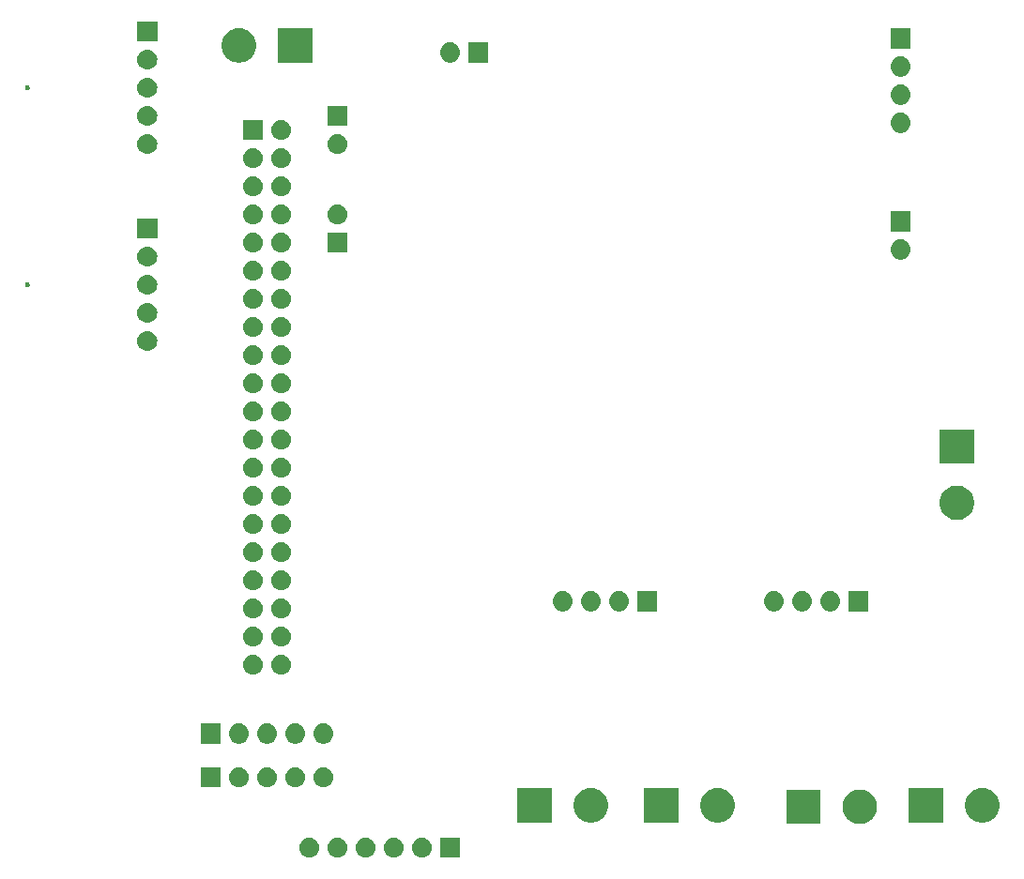
<source format=gbr>
G04 #@! TF.GenerationSoftware,KiCad,Pcbnew,(5.1.4-0-10_14)*
G04 #@! TF.CreationDate,2019-11-07T23:36:32+09:00*
G04 #@! TF.ProjectId,underwater,756e6465-7277-4617-9465-722e6b696361,rev?*
G04 #@! TF.SameCoordinates,Original*
G04 #@! TF.FileFunction,Soldermask,Bot*
G04 #@! TF.FilePolarity,Negative*
%FSLAX46Y46*%
G04 Gerber Fmt 4.6, Leading zero omitted, Abs format (unit mm)*
G04 Created by KiCad (PCBNEW (5.1.4-0-10_14)) date 2019-11-07 23:36:32*
%MOMM*%
%LPD*%
G04 APERTURE LIST*
%ADD10C,0.100000*%
G04 APERTURE END LIST*
D10*
G36*
X147586000Y-109486000D02*
G01*
X145784000Y-109486000D01*
X145784000Y-107684000D01*
X147586000Y-107684000D01*
X147586000Y-109486000D01*
X147586000Y-109486000D01*
G37*
G36*
X144255443Y-107690519D02*
G01*
X144321627Y-107697037D01*
X144491466Y-107748557D01*
X144647991Y-107832222D01*
X144683729Y-107861552D01*
X144785186Y-107944814D01*
X144868448Y-108046271D01*
X144897778Y-108082009D01*
X144981443Y-108238534D01*
X145032963Y-108408373D01*
X145050359Y-108585000D01*
X145032963Y-108761627D01*
X144981443Y-108931466D01*
X144897778Y-109087991D01*
X144868448Y-109123729D01*
X144785186Y-109225186D01*
X144683729Y-109308448D01*
X144647991Y-109337778D01*
X144491466Y-109421443D01*
X144321627Y-109472963D01*
X144255442Y-109479482D01*
X144189260Y-109486000D01*
X144100740Y-109486000D01*
X144034558Y-109479482D01*
X143968373Y-109472963D01*
X143798534Y-109421443D01*
X143642009Y-109337778D01*
X143606271Y-109308448D01*
X143504814Y-109225186D01*
X143421552Y-109123729D01*
X143392222Y-109087991D01*
X143308557Y-108931466D01*
X143257037Y-108761627D01*
X143239641Y-108585000D01*
X143257037Y-108408373D01*
X143308557Y-108238534D01*
X143392222Y-108082009D01*
X143421552Y-108046271D01*
X143504814Y-107944814D01*
X143606271Y-107861552D01*
X143642009Y-107832222D01*
X143798534Y-107748557D01*
X143968373Y-107697037D01*
X144034557Y-107690519D01*
X144100740Y-107684000D01*
X144189260Y-107684000D01*
X144255443Y-107690519D01*
X144255443Y-107690519D01*
G37*
G36*
X141715443Y-107690519D02*
G01*
X141781627Y-107697037D01*
X141951466Y-107748557D01*
X142107991Y-107832222D01*
X142143729Y-107861552D01*
X142245186Y-107944814D01*
X142328448Y-108046271D01*
X142357778Y-108082009D01*
X142441443Y-108238534D01*
X142492963Y-108408373D01*
X142510359Y-108585000D01*
X142492963Y-108761627D01*
X142441443Y-108931466D01*
X142357778Y-109087991D01*
X142328448Y-109123729D01*
X142245186Y-109225186D01*
X142143729Y-109308448D01*
X142107991Y-109337778D01*
X141951466Y-109421443D01*
X141781627Y-109472963D01*
X141715442Y-109479482D01*
X141649260Y-109486000D01*
X141560740Y-109486000D01*
X141494558Y-109479482D01*
X141428373Y-109472963D01*
X141258534Y-109421443D01*
X141102009Y-109337778D01*
X141066271Y-109308448D01*
X140964814Y-109225186D01*
X140881552Y-109123729D01*
X140852222Y-109087991D01*
X140768557Y-108931466D01*
X140717037Y-108761627D01*
X140699641Y-108585000D01*
X140717037Y-108408373D01*
X140768557Y-108238534D01*
X140852222Y-108082009D01*
X140881552Y-108046271D01*
X140964814Y-107944814D01*
X141066271Y-107861552D01*
X141102009Y-107832222D01*
X141258534Y-107748557D01*
X141428373Y-107697037D01*
X141494557Y-107690519D01*
X141560740Y-107684000D01*
X141649260Y-107684000D01*
X141715443Y-107690519D01*
X141715443Y-107690519D01*
G37*
G36*
X139175443Y-107690519D02*
G01*
X139241627Y-107697037D01*
X139411466Y-107748557D01*
X139567991Y-107832222D01*
X139603729Y-107861552D01*
X139705186Y-107944814D01*
X139788448Y-108046271D01*
X139817778Y-108082009D01*
X139901443Y-108238534D01*
X139952963Y-108408373D01*
X139970359Y-108585000D01*
X139952963Y-108761627D01*
X139901443Y-108931466D01*
X139817778Y-109087991D01*
X139788448Y-109123729D01*
X139705186Y-109225186D01*
X139603729Y-109308448D01*
X139567991Y-109337778D01*
X139411466Y-109421443D01*
X139241627Y-109472963D01*
X139175442Y-109479482D01*
X139109260Y-109486000D01*
X139020740Y-109486000D01*
X138954558Y-109479482D01*
X138888373Y-109472963D01*
X138718534Y-109421443D01*
X138562009Y-109337778D01*
X138526271Y-109308448D01*
X138424814Y-109225186D01*
X138341552Y-109123729D01*
X138312222Y-109087991D01*
X138228557Y-108931466D01*
X138177037Y-108761627D01*
X138159641Y-108585000D01*
X138177037Y-108408373D01*
X138228557Y-108238534D01*
X138312222Y-108082009D01*
X138341552Y-108046271D01*
X138424814Y-107944814D01*
X138526271Y-107861552D01*
X138562009Y-107832222D01*
X138718534Y-107748557D01*
X138888373Y-107697037D01*
X138954557Y-107690519D01*
X139020740Y-107684000D01*
X139109260Y-107684000D01*
X139175443Y-107690519D01*
X139175443Y-107690519D01*
G37*
G36*
X136635443Y-107690519D02*
G01*
X136701627Y-107697037D01*
X136871466Y-107748557D01*
X137027991Y-107832222D01*
X137063729Y-107861552D01*
X137165186Y-107944814D01*
X137248448Y-108046271D01*
X137277778Y-108082009D01*
X137361443Y-108238534D01*
X137412963Y-108408373D01*
X137430359Y-108585000D01*
X137412963Y-108761627D01*
X137361443Y-108931466D01*
X137277778Y-109087991D01*
X137248448Y-109123729D01*
X137165186Y-109225186D01*
X137063729Y-109308448D01*
X137027991Y-109337778D01*
X136871466Y-109421443D01*
X136701627Y-109472963D01*
X136635442Y-109479482D01*
X136569260Y-109486000D01*
X136480740Y-109486000D01*
X136414558Y-109479482D01*
X136348373Y-109472963D01*
X136178534Y-109421443D01*
X136022009Y-109337778D01*
X135986271Y-109308448D01*
X135884814Y-109225186D01*
X135801552Y-109123729D01*
X135772222Y-109087991D01*
X135688557Y-108931466D01*
X135637037Y-108761627D01*
X135619641Y-108585000D01*
X135637037Y-108408373D01*
X135688557Y-108238534D01*
X135772222Y-108082009D01*
X135801552Y-108046271D01*
X135884814Y-107944814D01*
X135986271Y-107861552D01*
X136022009Y-107832222D01*
X136178534Y-107748557D01*
X136348373Y-107697037D01*
X136414557Y-107690519D01*
X136480740Y-107684000D01*
X136569260Y-107684000D01*
X136635443Y-107690519D01*
X136635443Y-107690519D01*
G37*
G36*
X134095443Y-107690519D02*
G01*
X134161627Y-107697037D01*
X134331466Y-107748557D01*
X134487991Y-107832222D01*
X134523729Y-107861552D01*
X134625186Y-107944814D01*
X134708448Y-108046271D01*
X134737778Y-108082009D01*
X134821443Y-108238534D01*
X134872963Y-108408373D01*
X134890359Y-108585000D01*
X134872963Y-108761627D01*
X134821443Y-108931466D01*
X134737778Y-109087991D01*
X134708448Y-109123729D01*
X134625186Y-109225186D01*
X134523729Y-109308448D01*
X134487991Y-109337778D01*
X134331466Y-109421443D01*
X134161627Y-109472963D01*
X134095442Y-109479482D01*
X134029260Y-109486000D01*
X133940740Y-109486000D01*
X133874558Y-109479482D01*
X133808373Y-109472963D01*
X133638534Y-109421443D01*
X133482009Y-109337778D01*
X133446271Y-109308448D01*
X133344814Y-109225186D01*
X133261552Y-109123729D01*
X133232222Y-109087991D01*
X133148557Y-108931466D01*
X133097037Y-108761627D01*
X133079641Y-108585000D01*
X133097037Y-108408373D01*
X133148557Y-108238534D01*
X133232222Y-108082009D01*
X133261552Y-108046271D01*
X133344814Y-107944814D01*
X133446271Y-107861552D01*
X133482009Y-107832222D01*
X133638534Y-107748557D01*
X133808373Y-107697037D01*
X133874557Y-107690519D01*
X133940740Y-107684000D01*
X134029260Y-107684000D01*
X134095443Y-107690519D01*
X134095443Y-107690519D01*
G37*
G36*
X183944585Y-103380802D02*
G01*
X184094410Y-103410604D01*
X184376674Y-103527521D01*
X184630705Y-103697259D01*
X184846741Y-103913295D01*
X185016479Y-104167326D01*
X185133396Y-104449590D01*
X185193000Y-104749240D01*
X185193000Y-105054760D01*
X185133396Y-105354410D01*
X185016479Y-105636674D01*
X184846741Y-105890705D01*
X184630705Y-106106741D01*
X184376674Y-106276479D01*
X184094410Y-106393396D01*
X183944585Y-106423198D01*
X183794761Y-106453000D01*
X183489239Y-106453000D01*
X183339415Y-106423198D01*
X183189590Y-106393396D01*
X182907326Y-106276479D01*
X182653295Y-106106741D01*
X182437259Y-105890705D01*
X182267521Y-105636674D01*
X182150604Y-105354410D01*
X182091000Y-105054760D01*
X182091000Y-104749240D01*
X182150604Y-104449590D01*
X182267521Y-104167326D01*
X182437259Y-103913295D01*
X182653295Y-103697259D01*
X182907326Y-103527521D01*
X183189590Y-103410604D01*
X183339415Y-103380802D01*
X183489239Y-103351000D01*
X183794761Y-103351000D01*
X183944585Y-103380802D01*
X183944585Y-103380802D01*
G37*
G36*
X180113000Y-106453000D02*
G01*
X177011000Y-106453000D01*
X177011000Y-103351000D01*
X180113000Y-103351000D01*
X180113000Y-106453000D01*
X180113000Y-106453000D01*
G37*
G36*
X194993585Y-103253802D02*
G01*
X195143410Y-103283604D01*
X195425674Y-103400521D01*
X195679705Y-103570259D01*
X195895741Y-103786295D01*
X196065479Y-104040326D01*
X196182396Y-104322590D01*
X196242000Y-104622240D01*
X196242000Y-104927760D01*
X196182396Y-105227410D01*
X196065479Y-105509674D01*
X195895741Y-105763705D01*
X195679705Y-105979741D01*
X195425674Y-106149479D01*
X195143410Y-106266396D01*
X195092719Y-106276479D01*
X194843761Y-106326000D01*
X194538239Y-106326000D01*
X194289281Y-106276479D01*
X194238590Y-106266396D01*
X193956326Y-106149479D01*
X193702295Y-105979741D01*
X193486259Y-105763705D01*
X193316521Y-105509674D01*
X193199604Y-105227410D01*
X193140000Y-104927760D01*
X193140000Y-104622240D01*
X193199604Y-104322590D01*
X193316521Y-104040326D01*
X193486259Y-103786295D01*
X193702295Y-103570259D01*
X193956326Y-103400521D01*
X194238590Y-103283604D01*
X194388415Y-103253802D01*
X194538239Y-103224000D01*
X194843761Y-103224000D01*
X194993585Y-103253802D01*
X194993585Y-103253802D01*
G37*
G36*
X191162000Y-106326000D02*
G01*
X188060000Y-106326000D01*
X188060000Y-103224000D01*
X191162000Y-103224000D01*
X191162000Y-106326000D01*
X191162000Y-106326000D01*
G37*
G36*
X171117585Y-103253802D02*
G01*
X171267410Y-103283604D01*
X171549674Y-103400521D01*
X171803705Y-103570259D01*
X172019741Y-103786295D01*
X172189479Y-104040326D01*
X172306396Y-104322590D01*
X172366000Y-104622240D01*
X172366000Y-104927760D01*
X172306396Y-105227410D01*
X172189479Y-105509674D01*
X172019741Y-105763705D01*
X171803705Y-105979741D01*
X171549674Y-106149479D01*
X171267410Y-106266396D01*
X171216719Y-106276479D01*
X170967761Y-106326000D01*
X170662239Y-106326000D01*
X170413281Y-106276479D01*
X170362590Y-106266396D01*
X170080326Y-106149479D01*
X169826295Y-105979741D01*
X169610259Y-105763705D01*
X169440521Y-105509674D01*
X169323604Y-105227410D01*
X169264000Y-104927760D01*
X169264000Y-104622240D01*
X169323604Y-104322590D01*
X169440521Y-104040326D01*
X169610259Y-103786295D01*
X169826295Y-103570259D01*
X170080326Y-103400521D01*
X170362590Y-103283604D01*
X170512415Y-103253802D01*
X170662239Y-103224000D01*
X170967761Y-103224000D01*
X171117585Y-103253802D01*
X171117585Y-103253802D01*
G37*
G36*
X167286000Y-106326000D02*
G01*
X164184000Y-106326000D01*
X164184000Y-103224000D01*
X167286000Y-103224000D01*
X167286000Y-106326000D01*
X167286000Y-106326000D01*
G37*
G36*
X159687585Y-103253802D02*
G01*
X159837410Y-103283604D01*
X160119674Y-103400521D01*
X160373705Y-103570259D01*
X160589741Y-103786295D01*
X160759479Y-104040326D01*
X160876396Y-104322590D01*
X160936000Y-104622240D01*
X160936000Y-104927760D01*
X160876396Y-105227410D01*
X160759479Y-105509674D01*
X160589741Y-105763705D01*
X160373705Y-105979741D01*
X160119674Y-106149479D01*
X159837410Y-106266396D01*
X159786719Y-106276479D01*
X159537761Y-106326000D01*
X159232239Y-106326000D01*
X158983281Y-106276479D01*
X158932590Y-106266396D01*
X158650326Y-106149479D01*
X158396295Y-105979741D01*
X158180259Y-105763705D01*
X158010521Y-105509674D01*
X157893604Y-105227410D01*
X157834000Y-104927760D01*
X157834000Y-104622240D01*
X157893604Y-104322590D01*
X158010521Y-104040326D01*
X158180259Y-103786295D01*
X158396295Y-103570259D01*
X158650326Y-103400521D01*
X158932590Y-103283604D01*
X159082415Y-103253802D01*
X159232239Y-103224000D01*
X159537761Y-103224000D01*
X159687585Y-103253802D01*
X159687585Y-103253802D01*
G37*
G36*
X155856000Y-106326000D02*
G01*
X152754000Y-106326000D01*
X152754000Y-103224000D01*
X155856000Y-103224000D01*
X155856000Y-106326000D01*
X155856000Y-106326000D01*
G37*
G36*
X125996000Y-103136000D02*
G01*
X124194000Y-103136000D01*
X124194000Y-101334000D01*
X125996000Y-101334000D01*
X125996000Y-103136000D01*
X125996000Y-103136000D01*
G37*
G36*
X135365442Y-101340518D02*
G01*
X135431627Y-101347037D01*
X135601466Y-101398557D01*
X135757991Y-101482222D01*
X135793729Y-101511552D01*
X135895186Y-101594814D01*
X135978448Y-101696271D01*
X136007778Y-101732009D01*
X136091443Y-101888534D01*
X136142963Y-102058373D01*
X136160359Y-102235000D01*
X136142963Y-102411627D01*
X136091443Y-102581466D01*
X136007778Y-102737991D01*
X135978448Y-102773729D01*
X135895186Y-102875186D01*
X135793729Y-102958448D01*
X135757991Y-102987778D01*
X135601466Y-103071443D01*
X135431627Y-103122963D01*
X135365442Y-103129482D01*
X135299260Y-103136000D01*
X135210740Y-103136000D01*
X135144558Y-103129482D01*
X135078373Y-103122963D01*
X134908534Y-103071443D01*
X134752009Y-102987778D01*
X134716271Y-102958448D01*
X134614814Y-102875186D01*
X134531552Y-102773729D01*
X134502222Y-102737991D01*
X134418557Y-102581466D01*
X134367037Y-102411627D01*
X134349641Y-102235000D01*
X134367037Y-102058373D01*
X134418557Y-101888534D01*
X134502222Y-101732009D01*
X134531552Y-101696271D01*
X134614814Y-101594814D01*
X134716271Y-101511552D01*
X134752009Y-101482222D01*
X134908534Y-101398557D01*
X135078373Y-101347037D01*
X135144558Y-101340518D01*
X135210740Y-101334000D01*
X135299260Y-101334000D01*
X135365442Y-101340518D01*
X135365442Y-101340518D01*
G37*
G36*
X132825442Y-101340518D02*
G01*
X132891627Y-101347037D01*
X133061466Y-101398557D01*
X133217991Y-101482222D01*
X133253729Y-101511552D01*
X133355186Y-101594814D01*
X133438448Y-101696271D01*
X133467778Y-101732009D01*
X133551443Y-101888534D01*
X133602963Y-102058373D01*
X133620359Y-102235000D01*
X133602963Y-102411627D01*
X133551443Y-102581466D01*
X133467778Y-102737991D01*
X133438448Y-102773729D01*
X133355186Y-102875186D01*
X133253729Y-102958448D01*
X133217991Y-102987778D01*
X133061466Y-103071443D01*
X132891627Y-103122963D01*
X132825442Y-103129482D01*
X132759260Y-103136000D01*
X132670740Y-103136000D01*
X132604558Y-103129482D01*
X132538373Y-103122963D01*
X132368534Y-103071443D01*
X132212009Y-102987778D01*
X132176271Y-102958448D01*
X132074814Y-102875186D01*
X131991552Y-102773729D01*
X131962222Y-102737991D01*
X131878557Y-102581466D01*
X131827037Y-102411627D01*
X131809641Y-102235000D01*
X131827037Y-102058373D01*
X131878557Y-101888534D01*
X131962222Y-101732009D01*
X131991552Y-101696271D01*
X132074814Y-101594814D01*
X132176271Y-101511552D01*
X132212009Y-101482222D01*
X132368534Y-101398557D01*
X132538373Y-101347037D01*
X132604558Y-101340518D01*
X132670740Y-101334000D01*
X132759260Y-101334000D01*
X132825442Y-101340518D01*
X132825442Y-101340518D01*
G37*
G36*
X130285442Y-101340518D02*
G01*
X130351627Y-101347037D01*
X130521466Y-101398557D01*
X130677991Y-101482222D01*
X130713729Y-101511552D01*
X130815186Y-101594814D01*
X130898448Y-101696271D01*
X130927778Y-101732009D01*
X131011443Y-101888534D01*
X131062963Y-102058373D01*
X131080359Y-102235000D01*
X131062963Y-102411627D01*
X131011443Y-102581466D01*
X130927778Y-102737991D01*
X130898448Y-102773729D01*
X130815186Y-102875186D01*
X130713729Y-102958448D01*
X130677991Y-102987778D01*
X130521466Y-103071443D01*
X130351627Y-103122963D01*
X130285442Y-103129482D01*
X130219260Y-103136000D01*
X130130740Y-103136000D01*
X130064558Y-103129482D01*
X129998373Y-103122963D01*
X129828534Y-103071443D01*
X129672009Y-102987778D01*
X129636271Y-102958448D01*
X129534814Y-102875186D01*
X129451552Y-102773729D01*
X129422222Y-102737991D01*
X129338557Y-102581466D01*
X129287037Y-102411627D01*
X129269641Y-102235000D01*
X129287037Y-102058373D01*
X129338557Y-101888534D01*
X129422222Y-101732009D01*
X129451552Y-101696271D01*
X129534814Y-101594814D01*
X129636271Y-101511552D01*
X129672009Y-101482222D01*
X129828534Y-101398557D01*
X129998373Y-101347037D01*
X130064558Y-101340518D01*
X130130740Y-101334000D01*
X130219260Y-101334000D01*
X130285442Y-101340518D01*
X130285442Y-101340518D01*
G37*
G36*
X127745442Y-101340518D02*
G01*
X127811627Y-101347037D01*
X127981466Y-101398557D01*
X128137991Y-101482222D01*
X128173729Y-101511552D01*
X128275186Y-101594814D01*
X128358448Y-101696271D01*
X128387778Y-101732009D01*
X128471443Y-101888534D01*
X128522963Y-102058373D01*
X128540359Y-102235000D01*
X128522963Y-102411627D01*
X128471443Y-102581466D01*
X128387778Y-102737991D01*
X128358448Y-102773729D01*
X128275186Y-102875186D01*
X128173729Y-102958448D01*
X128137991Y-102987778D01*
X127981466Y-103071443D01*
X127811627Y-103122963D01*
X127745442Y-103129482D01*
X127679260Y-103136000D01*
X127590740Y-103136000D01*
X127524558Y-103129482D01*
X127458373Y-103122963D01*
X127288534Y-103071443D01*
X127132009Y-102987778D01*
X127096271Y-102958448D01*
X126994814Y-102875186D01*
X126911552Y-102773729D01*
X126882222Y-102737991D01*
X126798557Y-102581466D01*
X126747037Y-102411627D01*
X126729641Y-102235000D01*
X126747037Y-102058373D01*
X126798557Y-101888534D01*
X126882222Y-101732009D01*
X126911552Y-101696271D01*
X126994814Y-101594814D01*
X127096271Y-101511552D01*
X127132009Y-101482222D01*
X127288534Y-101398557D01*
X127458373Y-101347037D01*
X127524558Y-101340518D01*
X127590740Y-101334000D01*
X127679260Y-101334000D01*
X127745442Y-101340518D01*
X127745442Y-101340518D01*
G37*
G36*
X135365442Y-97405517D02*
G01*
X135431627Y-97412036D01*
X135601466Y-97463556D01*
X135757991Y-97547221D01*
X135793729Y-97576551D01*
X135895186Y-97659813D01*
X135978448Y-97761270D01*
X136007778Y-97797008D01*
X136091443Y-97953533D01*
X136142963Y-98123372D01*
X136160359Y-98299999D01*
X136142963Y-98476626D01*
X136091443Y-98646465D01*
X136007778Y-98802990D01*
X135978448Y-98838728D01*
X135895186Y-98940185D01*
X135793729Y-99023447D01*
X135757991Y-99052777D01*
X135601466Y-99136442D01*
X135431627Y-99187962D01*
X135365442Y-99194481D01*
X135299260Y-99200999D01*
X135210740Y-99200999D01*
X135144558Y-99194481D01*
X135078373Y-99187962D01*
X134908534Y-99136442D01*
X134752009Y-99052777D01*
X134716271Y-99023447D01*
X134614814Y-98940185D01*
X134531552Y-98838728D01*
X134502222Y-98802990D01*
X134418557Y-98646465D01*
X134367037Y-98476626D01*
X134349641Y-98299999D01*
X134367037Y-98123372D01*
X134418557Y-97953533D01*
X134502222Y-97797008D01*
X134531552Y-97761270D01*
X134614814Y-97659813D01*
X134716271Y-97576551D01*
X134752009Y-97547221D01*
X134908534Y-97463556D01*
X135078373Y-97412036D01*
X135144558Y-97405517D01*
X135210740Y-97398999D01*
X135299260Y-97398999D01*
X135365442Y-97405517D01*
X135365442Y-97405517D01*
G37*
G36*
X132825442Y-97405517D02*
G01*
X132891627Y-97412036D01*
X133061466Y-97463556D01*
X133217991Y-97547221D01*
X133253729Y-97576551D01*
X133355186Y-97659813D01*
X133438448Y-97761270D01*
X133467778Y-97797008D01*
X133551443Y-97953533D01*
X133602963Y-98123372D01*
X133620359Y-98299999D01*
X133602963Y-98476626D01*
X133551443Y-98646465D01*
X133467778Y-98802990D01*
X133438448Y-98838728D01*
X133355186Y-98940185D01*
X133253729Y-99023447D01*
X133217991Y-99052777D01*
X133061466Y-99136442D01*
X132891627Y-99187962D01*
X132825442Y-99194481D01*
X132759260Y-99200999D01*
X132670740Y-99200999D01*
X132604558Y-99194481D01*
X132538373Y-99187962D01*
X132368534Y-99136442D01*
X132212009Y-99052777D01*
X132176271Y-99023447D01*
X132074814Y-98940185D01*
X131991552Y-98838728D01*
X131962222Y-98802990D01*
X131878557Y-98646465D01*
X131827037Y-98476626D01*
X131809641Y-98299999D01*
X131827037Y-98123372D01*
X131878557Y-97953533D01*
X131962222Y-97797008D01*
X131991552Y-97761270D01*
X132074814Y-97659813D01*
X132176271Y-97576551D01*
X132212009Y-97547221D01*
X132368534Y-97463556D01*
X132538373Y-97412036D01*
X132604558Y-97405517D01*
X132670740Y-97398999D01*
X132759260Y-97398999D01*
X132825442Y-97405517D01*
X132825442Y-97405517D01*
G37*
G36*
X130285442Y-97405517D02*
G01*
X130351627Y-97412036D01*
X130521466Y-97463556D01*
X130677991Y-97547221D01*
X130713729Y-97576551D01*
X130815186Y-97659813D01*
X130898448Y-97761270D01*
X130927778Y-97797008D01*
X131011443Y-97953533D01*
X131062963Y-98123372D01*
X131080359Y-98299999D01*
X131062963Y-98476626D01*
X131011443Y-98646465D01*
X130927778Y-98802990D01*
X130898448Y-98838728D01*
X130815186Y-98940185D01*
X130713729Y-99023447D01*
X130677991Y-99052777D01*
X130521466Y-99136442D01*
X130351627Y-99187962D01*
X130285442Y-99194481D01*
X130219260Y-99200999D01*
X130130740Y-99200999D01*
X130064558Y-99194481D01*
X129998373Y-99187962D01*
X129828534Y-99136442D01*
X129672009Y-99052777D01*
X129636271Y-99023447D01*
X129534814Y-98940185D01*
X129451552Y-98838728D01*
X129422222Y-98802990D01*
X129338557Y-98646465D01*
X129287037Y-98476626D01*
X129269641Y-98299999D01*
X129287037Y-98123372D01*
X129338557Y-97953533D01*
X129422222Y-97797008D01*
X129451552Y-97761270D01*
X129534814Y-97659813D01*
X129636271Y-97576551D01*
X129672009Y-97547221D01*
X129828534Y-97463556D01*
X129998373Y-97412036D01*
X130064558Y-97405517D01*
X130130740Y-97398999D01*
X130219260Y-97398999D01*
X130285442Y-97405517D01*
X130285442Y-97405517D01*
G37*
G36*
X127745442Y-97405517D02*
G01*
X127811627Y-97412036D01*
X127981466Y-97463556D01*
X128137991Y-97547221D01*
X128173729Y-97576551D01*
X128275186Y-97659813D01*
X128358448Y-97761270D01*
X128387778Y-97797008D01*
X128471443Y-97953533D01*
X128522963Y-98123372D01*
X128540359Y-98299999D01*
X128522963Y-98476626D01*
X128471443Y-98646465D01*
X128387778Y-98802990D01*
X128358448Y-98838728D01*
X128275186Y-98940185D01*
X128173729Y-99023447D01*
X128137991Y-99052777D01*
X127981466Y-99136442D01*
X127811627Y-99187962D01*
X127745442Y-99194481D01*
X127679260Y-99200999D01*
X127590740Y-99200999D01*
X127524558Y-99194481D01*
X127458373Y-99187962D01*
X127288534Y-99136442D01*
X127132009Y-99052777D01*
X127096271Y-99023447D01*
X126994814Y-98940185D01*
X126911552Y-98838728D01*
X126882222Y-98802990D01*
X126798557Y-98646465D01*
X126747037Y-98476626D01*
X126729641Y-98299999D01*
X126747037Y-98123372D01*
X126798557Y-97953533D01*
X126882222Y-97797008D01*
X126911552Y-97761270D01*
X126994814Y-97659813D01*
X127096271Y-97576551D01*
X127132009Y-97547221D01*
X127288534Y-97463556D01*
X127458373Y-97412036D01*
X127524558Y-97405517D01*
X127590740Y-97398999D01*
X127679260Y-97398999D01*
X127745442Y-97405517D01*
X127745442Y-97405517D01*
G37*
G36*
X125996000Y-99200999D02*
G01*
X124194000Y-99200999D01*
X124194000Y-97398999D01*
X125996000Y-97398999D01*
X125996000Y-99200999D01*
X125996000Y-99200999D01*
G37*
G36*
X131555442Y-91180518D02*
G01*
X131621627Y-91187037D01*
X131791466Y-91238557D01*
X131947991Y-91322222D01*
X131983729Y-91351552D01*
X132085186Y-91434814D01*
X132168448Y-91536271D01*
X132197778Y-91572009D01*
X132281443Y-91728534D01*
X132332963Y-91898373D01*
X132350359Y-92075000D01*
X132332963Y-92251627D01*
X132281443Y-92421466D01*
X132197778Y-92577991D01*
X132168448Y-92613729D01*
X132085186Y-92715186D01*
X131983729Y-92798448D01*
X131947991Y-92827778D01*
X131791466Y-92911443D01*
X131621627Y-92962963D01*
X131555442Y-92969482D01*
X131489260Y-92976000D01*
X131400740Y-92976000D01*
X131334558Y-92969482D01*
X131268373Y-92962963D01*
X131098534Y-92911443D01*
X130942009Y-92827778D01*
X130906271Y-92798448D01*
X130804814Y-92715186D01*
X130721552Y-92613729D01*
X130692222Y-92577991D01*
X130608557Y-92421466D01*
X130557037Y-92251627D01*
X130539641Y-92075000D01*
X130557037Y-91898373D01*
X130608557Y-91728534D01*
X130692222Y-91572009D01*
X130721552Y-91536271D01*
X130804814Y-91434814D01*
X130906271Y-91351552D01*
X130942009Y-91322222D01*
X131098534Y-91238557D01*
X131268373Y-91187037D01*
X131334558Y-91180518D01*
X131400740Y-91174000D01*
X131489260Y-91174000D01*
X131555442Y-91180518D01*
X131555442Y-91180518D01*
G37*
G36*
X129015442Y-91180518D02*
G01*
X129081627Y-91187037D01*
X129251466Y-91238557D01*
X129407991Y-91322222D01*
X129443729Y-91351552D01*
X129545186Y-91434814D01*
X129628448Y-91536271D01*
X129657778Y-91572009D01*
X129741443Y-91728534D01*
X129792963Y-91898373D01*
X129810359Y-92075000D01*
X129792963Y-92251627D01*
X129741443Y-92421466D01*
X129657778Y-92577991D01*
X129628448Y-92613729D01*
X129545186Y-92715186D01*
X129443729Y-92798448D01*
X129407991Y-92827778D01*
X129251466Y-92911443D01*
X129081627Y-92962963D01*
X129015442Y-92969482D01*
X128949260Y-92976000D01*
X128860740Y-92976000D01*
X128794558Y-92969482D01*
X128728373Y-92962963D01*
X128558534Y-92911443D01*
X128402009Y-92827778D01*
X128366271Y-92798448D01*
X128264814Y-92715186D01*
X128181552Y-92613729D01*
X128152222Y-92577991D01*
X128068557Y-92421466D01*
X128017037Y-92251627D01*
X127999641Y-92075000D01*
X128017037Y-91898373D01*
X128068557Y-91728534D01*
X128152222Y-91572009D01*
X128181552Y-91536271D01*
X128264814Y-91434814D01*
X128366271Y-91351552D01*
X128402009Y-91322222D01*
X128558534Y-91238557D01*
X128728373Y-91187037D01*
X128794558Y-91180518D01*
X128860740Y-91174000D01*
X128949260Y-91174000D01*
X129015442Y-91180518D01*
X129015442Y-91180518D01*
G37*
G36*
X131555443Y-88640519D02*
G01*
X131621627Y-88647037D01*
X131791466Y-88698557D01*
X131947991Y-88782222D01*
X131983729Y-88811552D01*
X132085186Y-88894814D01*
X132168448Y-88996271D01*
X132197778Y-89032009D01*
X132281443Y-89188534D01*
X132332963Y-89358373D01*
X132350359Y-89535000D01*
X132332963Y-89711627D01*
X132281443Y-89881466D01*
X132197778Y-90037991D01*
X132168448Y-90073729D01*
X132085186Y-90175186D01*
X131983729Y-90258448D01*
X131947991Y-90287778D01*
X131791466Y-90371443D01*
X131621627Y-90422963D01*
X131555443Y-90429481D01*
X131489260Y-90436000D01*
X131400740Y-90436000D01*
X131334557Y-90429481D01*
X131268373Y-90422963D01*
X131098534Y-90371443D01*
X130942009Y-90287778D01*
X130906271Y-90258448D01*
X130804814Y-90175186D01*
X130721552Y-90073729D01*
X130692222Y-90037991D01*
X130608557Y-89881466D01*
X130557037Y-89711627D01*
X130539641Y-89535000D01*
X130557037Y-89358373D01*
X130608557Y-89188534D01*
X130692222Y-89032009D01*
X130721552Y-88996271D01*
X130804814Y-88894814D01*
X130906271Y-88811552D01*
X130942009Y-88782222D01*
X131098534Y-88698557D01*
X131268373Y-88647037D01*
X131334557Y-88640519D01*
X131400740Y-88634000D01*
X131489260Y-88634000D01*
X131555443Y-88640519D01*
X131555443Y-88640519D01*
G37*
G36*
X129015443Y-88640519D02*
G01*
X129081627Y-88647037D01*
X129251466Y-88698557D01*
X129407991Y-88782222D01*
X129443729Y-88811552D01*
X129545186Y-88894814D01*
X129628448Y-88996271D01*
X129657778Y-89032009D01*
X129741443Y-89188534D01*
X129792963Y-89358373D01*
X129810359Y-89535000D01*
X129792963Y-89711627D01*
X129741443Y-89881466D01*
X129657778Y-90037991D01*
X129628448Y-90073729D01*
X129545186Y-90175186D01*
X129443729Y-90258448D01*
X129407991Y-90287778D01*
X129251466Y-90371443D01*
X129081627Y-90422963D01*
X129015443Y-90429481D01*
X128949260Y-90436000D01*
X128860740Y-90436000D01*
X128794557Y-90429481D01*
X128728373Y-90422963D01*
X128558534Y-90371443D01*
X128402009Y-90287778D01*
X128366271Y-90258448D01*
X128264814Y-90175186D01*
X128181552Y-90073729D01*
X128152222Y-90037991D01*
X128068557Y-89881466D01*
X128017037Y-89711627D01*
X127999641Y-89535000D01*
X128017037Y-89358373D01*
X128068557Y-89188534D01*
X128152222Y-89032009D01*
X128181552Y-88996271D01*
X128264814Y-88894814D01*
X128366271Y-88811552D01*
X128402009Y-88782222D01*
X128558534Y-88698557D01*
X128728373Y-88647037D01*
X128794557Y-88640519D01*
X128860740Y-88634000D01*
X128949260Y-88634000D01*
X129015443Y-88640519D01*
X129015443Y-88640519D01*
G37*
G36*
X129015442Y-86100518D02*
G01*
X129081627Y-86107037D01*
X129251466Y-86158557D01*
X129407991Y-86242222D01*
X129443729Y-86271552D01*
X129545186Y-86354814D01*
X129628448Y-86456271D01*
X129657778Y-86492009D01*
X129741443Y-86648534D01*
X129792963Y-86818373D01*
X129810359Y-86995000D01*
X129792963Y-87171627D01*
X129741443Y-87341466D01*
X129657778Y-87497991D01*
X129628448Y-87533729D01*
X129545186Y-87635186D01*
X129443729Y-87718448D01*
X129407991Y-87747778D01*
X129251466Y-87831443D01*
X129081627Y-87882963D01*
X129015443Y-87889481D01*
X128949260Y-87896000D01*
X128860740Y-87896000D01*
X128794557Y-87889481D01*
X128728373Y-87882963D01*
X128558534Y-87831443D01*
X128402009Y-87747778D01*
X128366271Y-87718448D01*
X128264814Y-87635186D01*
X128181552Y-87533729D01*
X128152222Y-87497991D01*
X128068557Y-87341466D01*
X128017037Y-87171627D01*
X127999641Y-86995000D01*
X128017037Y-86818373D01*
X128068557Y-86648534D01*
X128152222Y-86492009D01*
X128181552Y-86456271D01*
X128264814Y-86354814D01*
X128366271Y-86271552D01*
X128402009Y-86242222D01*
X128558534Y-86158557D01*
X128728373Y-86107037D01*
X128794558Y-86100518D01*
X128860740Y-86094000D01*
X128949260Y-86094000D01*
X129015442Y-86100518D01*
X129015442Y-86100518D01*
G37*
G36*
X131555442Y-86100518D02*
G01*
X131621627Y-86107037D01*
X131791466Y-86158557D01*
X131947991Y-86242222D01*
X131983729Y-86271552D01*
X132085186Y-86354814D01*
X132168448Y-86456271D01*
X132197778Y-86492009D01*
X132281443Y-86648534D01*
X132332963Y-86818373D01*
X132350359Y-86995000D01*
X132332963Y-87171627D01*
X132281443Y-87341466D01*
X132197778Y-87497991D01*
X132168448Y-87533729D01*
X132085186Y-87635186D01*
X131983729Y-87718448D01*
X131947991Y-87747778D01*
X131791466Y-87831443D01*
X131621627Y-87882963D01*
X131555443Y-87889481D01*
X131489260Y-87896000D01*
X131400740Y-87896000D01*
X131334557Y-87889481D01*
X131268373Y-87882963D01*
X131098534Y-87831443D01*
X130942009Y-87747778D01*
X130906271Y-87718448D01*
X130804814Y-87635186D01*
X130721552Y-87533729D01*
X130692222Y-87497991D01*
X130608557Y-87341466D01*
X130557037Y-87171627D01*
X130539641Y-86995000D01*
X130557037Y-86818373D01*
X130608557Y-86648534D01*
X130692222Y-86492009D01*
X130721552Y-86456271D01*
X130804814Y-86354814D01*
X130906271Y-86271552D01*
X130942009Y-86242222D01*
X131098534Y-86158557D01*
X131268373Y-86107037D01*
X131334558Y-86100518D01*
X131400740Y-86094000D01*
X131489260Y-86094000D01*
X131555442Y-86100518D01*
X131555442Y-86100518D01*
G37*
G36*
X176005442Y-85465518D02*
G01*
X176071627Y-85472037D01*
X176241466Y-85523557D01*
X176397991Y-85607222D01*
X176433729Y-85636552D01*
X176535186Y-85719814D01*
X176618448Y-85821271D01*
X176647778Y-85857009D01*
X176731443Y-86013534D01*
X176782963Y-86183373D01*
X176800359Y-86360000D01*
X176782963Y-86536627D01*
X176731443Y-86706466D01*
X176647778Y-86862991D01*
X176618448Y-86898729D01*
X176535186Y-87000186D01*
X176433729Y-87083448D01*
X176397991Y-87112778D01*
X176241466Y-87196443D01*
X176071627Y-87247963D01*
X176005442Y-87254482D01*
X175939260Y-87261000D01*
X175850740Y-87261000D01*
X175784558Y-87254482D01*
X175718373Y-87247963D01*
X175548534Y-87196443D01*
X175392009Y-87112778D01*
X175356271Y-87083448D01*
X175254814Y-87000186D01*
X175171552Y-86898729D01*
X175142222Y-86862991D01*
X175058557Y-86706466D01*
X175007037Y-86536627D01*
X174989641Y-86360000D01*
X175007037Y-86183373D01*
X175058557Y-86013534D01*
X175142222Y-85857009D01*
X175171552Y-85821271D01*
X175254814Y-85719814D01*
X175356271Y-85636552D01*
X175392009Y-85607222D01*
X175548534Y-85523557D01*
X175718373Y-85472037D01*
X175784558Y-85465518D01*
X175850740Y-85459000D01*
X175939260Y-85459000D01*
X176005442Y-85465518D01*
X176005442Y-85465518D01*
G37*
G36*
X178545442Y-85465518D02*
G01*
X178611627Y-85472037D01*
X178781466Y-85523557D01*
X178937991Y-85607222D01*
X178973729Y-85636552D01*
X179075186Y-85719814D01*
X179158448Y-85821271D01*
X179187778Y-85857009D01*
X179271443Y-86013534D01*
X179322963Y-86183373D01*
X179340359Y-86360000D01*
X179322963Y-86536627D01*
X179271443Y-86706466D01*
X179187778Y-86862991D01*
X179158448Y-86898729D01*
X179075186Y-87000186D01*
X178973729Y-87083448D01*
X178937991Y-87112778D01*
X178781466Y-87196443D01*
X178611627Y-87247963D01*
X178545442Y-87254482D01*
X178479260Y-87261000D01*
X178390740Y-87261000D01*
X178324558Y-87254482D01*
X178258373Y-87247963D01*
X178088534Y-87196443D01*
X177932009Y-87112778D01*
X177896271Y-87083448D01*
X177794814Y-87000186D01*
X177711552Y-86898729D01*
X177682222Y-86862991D01*
X177598557Y-86706466D01*
X177547037Y-86536627D01*
X177529641Y-86360000D01*
X177547037Y-86183373D01*
X177598557Y-86013534D01*
X177682222Y-85857009D01*
X177711552Y-85821271D01*
X177794814Y-85719814D01*
X177896271Y-85636552D01*
X177932009Y-85607222D01*
X178088534Y-85523557D01*
X178258373Y-85472037D01*
X178324558Y-85465518D01*
X178390740Y-85459000D01*
X178479260Y-85459000D01*
X178545442Y-85465518D01*
X178545442Y-85465518D01*
G37*
G36*
X181085442Y-85465518D02*
G01*
X181151627Y-85472037D01*
X181321466Y-85523557D01*
X181477991Y-85607222D01*
X181513729Y-85636552D01*
X181615186Y-85719814D01*
X181698448Y-85821271D01*
X181727778Y-85857009D01*
X181811443Y-86013534D01*
X181862963Y-86183373D01*
X181880359Y-86360000D01*
X181862963Y-86536627D01*
X181811443Y-86706466D01*
X181727778Y-86862991D01*
X181698448Y-86898729D01*
X181615186Y-87000186D01*
X181513729Y-87083448D01*
X181477991Y-87112778D01*
X181321466Y-87196443D01*
X181151627Y-87247963D01*
X181085442Y-87254482D01*
X181019260Y-87261000D01*
X180930740Y-87261000D01*
X180864558Y-87254482D01*
X180798373Y-87247963D01*
X180628534Y-87196443D01*
X180472009Y-87112778D01*
X180436271Y-87083448D01*
X180334814Y-87000186D01*
X180251552Y-86898729D01*
X180222222Y-86862991D01*
X180138557Y-86706466D01*
X180087037Y-86536627D01*
X180069641Y-86360000D01*
X180087037Y-86183373D01*
X180138557Y-86013534D01*
X180222222Y-85857009D01*
X180251552Y-85821271D01*
X180334814Y-85719814D01*
X180436271Y-85636552D01*
X180472009Y-85607222D01*
X180628534Y-85523557D01*
X180798373Y-85472037D01*
X180864558Y-85465518D01*
X180930740Y-85459000D01*
X181019260Y-85459000D01*
X181085442Y-85465518D01*
X181085442Y-85465518D01*
G37*
G36*
X184416000Y-87261000D02*
G01*
X182614000Y-87261000D01*
X182614000Y-85459000D01*
X184416000Y-85459000D01*
X184416000Y-87261000D01*
X184416000Y-87261000D01*
G37*
G36*
X165366000Y-87261000D02*
G01*
X163564000Y-87261000D01*
X163564000Y-85459000D01*
X165366000Y-85459000D01*
X165366000Y-87261000D01*
X165366000Y-87261000D01*
G37*
G36*
X162035442Y-85465518D02*
G01*
X162101627Y-85472037D01*
X162271466Y-85523557D01*
X162427991Y-85607222D01*
X162463729Y-85636552D01*
X162565186Y-85719814D01*
X162648448Y-85821271D01*
X162677778Y-85857009D01*
X162761443Y-86013534D01*
X162812963Y-86183373D01*
X162830359Y-86360000D01*
X162812963Y-86536627D01*
X162761443Y-86706466D01*
X162677778Y-86862991D01*
X162648448Y-86898729D01*
X162565186Y-87000186D01*
X162463729Y-87083448D01*
X162427991Y-87112778D01*
X162271466Y-87196443D01*
X162101627Y-87247963D01*
X162035442Y-87254482D01*
X161969260Y-87261000D01*
X161880740Y-87261000D01*
X161814558Y-87254482D01*
X161748373Y-87247963D01*
X161578534Y-87196443D01*
X161422009Y-87112778D01*
X161386271Y-87083448D01*
X161284814Y-87000186D01*
X161201552Y-86898729D01*
X161172222Y-86862991D01*
X161088557Y-86706466D01*
X161037037Y-86536627D01*
X161019641Y-86360000D01*
X161037037Y-86183373D01*
X161088557Y-86013534D01*
X161172222Y-85857009D01*
X161201552Y-85821271D01*
X161284814Y-85719814D01*
X161386271Y-85636552D01*
X161422009Y-85607222D01*
X161578534Y-85523557D01*
X161748373Y-85472037D01*
X161814558Y-85465518D01*
X161880740Y-85459000D01*
X161969260Y-85459000D01*
X162035442Y-85465518D01*
X162035442Y-85465518D01*
G37*
G36*
X159495442Y-85465518D02*
G01*
X159561627Y-85472037D01*
X159731466Y-85523557D01*
X159887991Y-85607222D01*
X159923729Y-85636552D01*
X160025186Y-85719814D01*
X160108448Y-85821271D01*
X160137778Y-85857009D01*
X160221443Y-86013534D01*
X160272963Y-86183373D01*
X160290359Y-86360000D01*
X160272963Y-86536627D01*
X160221443Y-86706466D01*
X160137778Y-86862991D01*
X160108448Y-86898729D01*
X160025186Y-87000186D01*
X159923729Y-87083448D01*
X159887991Y-87112778D01*
X159731466Y-87196443D01*
X159561627Y-87247963D01*
X159495442Y-87254482D01*
X159429260Y-87261000D01*
X159340740Y-87261000D01*
X159274558Y-87254482D01*
X159208373Y-87247963D01*
X159038534Y-87196443D01*
X158882009Y-87112778D01*
X158846271Y-87083448D01*
X158744814Y-87000186D01*
X158661552Y-86898729D01*
X158632222Y-86862991D01*
X158548557Y-86706466D01*
X158497037Y-86536627D01*
X158479641Y-86360000D01*
X158497037Y-86183373D01*
X158548557Y-86013534D01*
X158632222Y-85857009D01*
X158661552Y-85821271D01*
X158744814Y-85719814D01*
X158846271Y-85636552D01*
X158882009Y-85607222D01*
X159038534Y-85523557D01*
X159208373Y-85472037D01*
X159274558Y-85465518D01*
X159340740Y-85459000D01*
X159429260Y-85459000D01*
X159495442Y-85465518D01*
X159495442Y-85465518D01*
G37*
G36*
X156955442Y-85465518D02*
G01*
X157021627Y-85472037D01*
X157191466Y-85523557D01*
X157347991Y-85607222D01*
X157383729Y-85636552D01*
X157485186Y-85719814D01*
X157568448Y-85821271D01*
X157597778Y-85857009D01*
X157681443Y-86013534D01*
X157732963Y-86183373D01*
X157750359Y-86360000D01*
X157732963Y-86536627D01*
X157681443Y-86706466D01*
X157597778Y-86862991D01*
X157568448Y-86898729D01*
X157485186Y-87000186D01*
X157383729Y-87083448D01*
X157347991Y-87112778D01*
X157191466Y-87196443D01*
X157021627Y-87247963D01*
X156955442Y-87254482D01*
X156889260Y-87261000D01*
X156800740Y-87261000D01*
X156734558Y-87254482D01*
X156668373Y-87247963D01*
X156498534Y-87196443D01*
X156342009Y-87112778D01*
X156306271Y-87083448D01*
X156204814Y-87000186D01*
X156121552Y-86898729D01*
X156092222Y-86862991D01*
X156008557Y-86706466D01*
X155957037Y-86536627D01*
X155939641Y-86360000D01*
X155957037Y-86183373D01*
X156008557Y-86013534D01*
X156092222Y-85857009D01*
X156121552Y-85821271D01*
X156204814Y-85719814D01*
X156306271Y-85636552D01*
X156342009Y-85607222D01*
X156498534Y-85523557D01*
X156668373Y-85472037D01*
X156734558Y-85465518D01*
X156800740Y-85459000D01*
X156889260Y-85459000D01*
X156955442Y-85465518D01*
X156955442Y-85465518D01*
G37*
G36*
X131555443Y-83560519D02*
G01*
X131621627Y-83567037D01*
X131791466Y-83618557D01*
X131947991Y-83702222D01*
X131983729Y-83731552D01*
X132085186Y-83814814D01*
X132168448Y-83916271D01*
X132197778Y-83952009D01*
X132281443Y-84108534D01*
X132332963Y-84278373D01*
X132350359Y-84455000D01*
X132332963Y-84631627D01*
X132281443Y-84801466D01*
X132197778Y-84957991D01*
X132168448Y-84993729D01*
X132085186Y-85095186D01*
X131983729Y-85178448D01*
X131947991Y-85207778D01*
X131791466Y-85291443D01*
X131621627Y-85342963D01*
X131555442Y-85349482D01*
X131489260Y-85356000D01*
X131400740Y-85356000D01*
X131334558Y-85349482D01*
X131268373Y-85342963D01*
X131098534Y-85291443D01*
X130942009Y-85207778D01*
X130906271Y-85178448D01*
X130804814Y-85095186D01*
X130721552Y-84993729D01*
X130692222Y-84957991D01*
X130608557Y-84801466D01*
X130557037Y-84631627D01*
X130539641Y-84455000D01*
X130557037Y-84278373D01*
X130608557Y-84108534D01*
X130692222Y-83952009D01*
X130721552Y-83916271D01*
X130804814Y-83814814D01*
X130906271Y-83731552D01*
X130942009Y-83702222D01*
X131098534Y-83618557D01*
X131268373Y-83567037D01*
X131334557Y-83560519D01*
X131400740Y-83554000D01*
X131489260Y-83554000D01*
X131555443Y-83560519D01*
X131555443Y-83560519D01*
G37*
G36*
X129015443Y-83560519D02*
G01*
X129081627Y-83567037D01*
X129251466Y-83618557D01*
X129407991Y-83702222D01*
X129443729Y-83731552D01*
X129545186Y-83814814D01*
X129628448Y-83916271D01*
X129657778Y-83952009D01*
X129741443Y-84108534D01*
X129792963Y-84278373D01*
X129810359Y-84455000D01*
X129792963Y-84631627D01*
X129741443Y-84801466D01*
X129657778Y-84957991D01*
X129628448Y-84993729D01*
X129545186Y-85095186D01*
X129443729Y-85178448D01*
X129407991Y-85207778D01*
X129251466Y-85291443D01*
X129081627Y-85342963D01*
X129015442Y-85349482D01*
X128949260Y-85356000D01*
X128860740Y-85356000D01*
X128794558Y-85349482D01*
X128728373Y-85342963D01*
X128558534Y-85291443D01*
X128402009Y-85207778D01*
X128366271Y-85178448D01*
X128264814Y-85095186D01*
X128181552Y-84993729D01*
X128152222Y-84957991D01*
X128068557Y-84801466D01*
X128017037Y-84631627D01*
X127999641Y-84455000D01*
X128017037Y-84278373D01*
X128068557Y-84108534D01*
X128152222Y-83952009D01*
X128181552Y-83916271D01*
X128264814Y-83814814D01*
X128366271Y-83731552D01*
X128402009Y-83702222D01*
X128558534Y-83618557D01*
X128728373Y-83567037D01*
X128794557Y-83560519D01*
X128860740Y-83554000D01*
X128949260Y-83554000D01*
X129015443Y-83560519D01*
X129015443Y-83560519D01*
G37*
G36*
X131555442Y-81020518D02*
G01*
X131621627Y-81027037D01*
X131791466Y-81078557D01*
X131947991Y-81162222D01*
X131983729Y-81191552D01*
X132085186Y-81274814D01*
X132168448Y-81376271D01*
X132197778Y-81412009D01*
X132281443Y-81568534D01*
X132332963Y-81738373D01*
X132350359Y-81915000D01*
X132332963Y-82091627D01*
X132281443Y-82261466D01*
X132197778Y-82417991D01*
X132168448Y-82453729D01*
X132085186Y-82555186D01*
X131983729Y-82638448D01*
X131947991Y-82667778D01*
X131791466Y-82751443D01*
X131621627Y-82802963D01*
X131555442Y-82809482D01*
X131489260Y-82816000D01*
X131400740Y-82816000D01*
X131334558Y-82809482D01*
X131268373Y-82802963D01*
X131098534Y-82751443D01*
X130942009Y-82667778D01*
X130906271Y-82638448D01*
X130804814Y-82555186D01*
X130721552Y-82453729D01*
X130692222Y-82417991D01*
X130608557Y-82261466D01*
X130557037Y-82091627D01*
X130539641Y-81915000D01*
X130557037Y-81738373D01*
X130608557Y-81568534D01*
X130692222Y-81412009D01*
X130721552Y-81376271D01*
X130804814Y-81274814D01*
X130906271Y-81191552D01*
X130942009Y-81162222D01*
X131098534Y-81078557D01*
X131268373Y-81027037D01*
X131334558Y-81020518D01*
X131400740Y-81014000D01*
X131489260Y-81014000D01*
X131555442Y-81020518D01*
X131555442Y-81020518D01*
G37*
G36*
X129015442Y-81020518D02*
G01*
X129081627Y-81027037D01*
X129251466Y-81078557D01*
X129407991Y-81162222D01*
X129443729Y-81191552D01*
X129545186Y-81274814D01*
X129628448Y-81376271D01*
X129657778Y-81412009D01*
X129741443Y-81568534D01*
X129792963Y-81738373D01*
X129810359Y-81915000D01*
X129792963Y-82091627D01*
X129741443Y-82261466D01*
X129657778Y-82417991D01*
X129628448Y-82453729D01*
X129545186Y-82555186D01*
X129443729Y-82638448D01*
X129407991Y-82667778D01*
X129251466Y-82751443D01*
X129081627Y-82802963D01*
X129015442Y-82809482D01*
X128949260Y-82816000D01*
X128860740Y-82816000D01*
X128794558Y-82809482D01*
X128728373Y-82802963D01*
X128558534Y-82751443D01*
X128402009Y-82667778D01*
X128366271Y-82638448D01*
X128264814Y-82555186D01*
X128181552Y-82453729D01*
X128152222Y-82417991D01*
X128068557Y-82261466D01*
X128017037Y-82091627D01*
X127999641Y-81915000D01*
X128017037Y-81738373D01*
X128068557Y-81568534D01*
X128152222Y-81412009D01*
X128181552Y-81376271D01*
X128264814Y-81274814D01*
X128366271Y-81191552D01*
X128402009Y-81162222D01*
X128558534Y-81078557D01*
X128728373Y-81027037D01*
X128794558Y-81020518D01*
X128860740Y-81014000D01*
X128949260Y-81014000D01*
X129015442Y-81020518D01*
X129015442Y-81020518D01*
G37*
G36*
X131555442Y-78480518D02*
G01*
X131621627Y-78487037D01*
X131791466Y-78538557D01*
X131947991Y-78622222D01*
X131983729Y-78651552D01*
X132085186Y-78734814D01*
X132168448Y-78836271D01*
X132197778Y-78872009D01*
X132281443Y-79028534D01*
X132332963Y-79198373D01*
X132350359Y-79375000D01*
X132332963Y-79551627D01*
X132281443Y-79721466D01*
X132197778Y-79877991D01*
X132168448Y-79913729D01*
X132085186Y-80015186D01*
X131983729Y-80098448D01*
X131947991Y-80127778D01*
X131791466Y-80211443D01*
X131621627Y-80262963D01*
X131555442Y-80269482D01*
X131489260Y-80276000D01*
X131400740Y-80276000D01*
X131334558Y-80269482D01*
X131268373Y-80262963D01*
X131098534Y-80211443D01*
X130942009Y-80127778D01*
X130906271Y-80098448D01*
X130804814Y-80015186D01*
X130721552Y-79913729D01*
X130692222Y-79877991D01*
X130608557Y-79721466D01*
X130557037Y-79551627D01*
X130539641Y-79375000D01*
X130557037Y-79198373D01*
X130608557Y-79028534D01*
X130692222Y-78872009D01*
X130721552Y-78836271D01*
X130804814Y-78734814D01*
X130906271Y-78651552D01*
X130942009Y-78622222D01*
X131098534Y-78538557D01*
X131268373Y-78487037D01*
X131334558Y-78480518D01*
X131400740Y-78474000D01*
X131489260Y-78474000D01*
X131555442Y-78480518D01*
X131555442Y-78480518D01*
G37*
G36*
X129015442Y-78480518D02*
G01*
X129081627Y-78487037D01*
X129251466Y-78538557D01*
X129407991Y-78622222D01*
X129443729Y-78651552D01*
X129545186Y-78734814D01*
X129628448Y-78836271D01*
X129657778Y-78872009D01*
X129741443Y-79028534D01*
X129792963Y-79198373D01*
X129810359Y-79375000D01*
X129792963Y-79551627D01*
X129741443Y-79721466D01*
X129657778Y-79877991D01*
X129628448Y-79913729D01*
X129545186Y-80015186D01*
X129443729Y-80098448D01*
X129407991Y-80127778D01*
X129251466Y-80211443D01*
X129081627Y-80262963D01*
X129015442Y-80269482D01*
X128949260Y-80276000D01*
X128860740Y-80276000D01*
X128794558Y-80269482D01*
X128728373Y-80262963D01*
X128558534Y-80211443D01*
X128402009Y-80127778D01*
X128366271Y-80098448D01*
X128264814Y-80015186D01*
X128181552Y-79913729D01*
X128152222Y-79877991D01*
X128068557Y-79721466D01*
X128017037Y-79551627D01*
X127999641Y-79375000D01*
X128017037Y-79198373D01*
X128068557Y-79028534D01*
X128152222Y-78872009D01*
X128181552Y-78836271D01*
X128264814Y-78734814D01*
X128366271Y-78651552D01*
X128402009Y-78622222D01*
X128558534Y-78538557D01*
X128728373Y-78487037D01*
X128794558Y-78480518D01*
X128860740Y-78474000D01*
X128949260Y-78474000D01*
X129015442Y-78480518D01*
X129015442Y-78480518D01*
G37*
G36*
X192698712Y-75947037D02*
G01*
X192857410Y-75978604D01*
X193139674Y-76095521D01*
X193393705Y-76265259D01*
X193609741Y-76481295D01*
X193779479Y-76735326D01*
X193896396Y-77017590D01*
X193956000Y-77317240D01*
X193956000Y-77622760D01*
X193896396Y-77922410D01*
X193779479Y-78204674D01*
X193609741Y-78458705D01*
X193393705Y-78674741D01*
X193139674Y-78844479D01*
X192857410Y-78961396D01*
X192707585Y-78991198D01*
X192557761Y-79021000D01*
X192252239Y-79021000D01*
X192102415Y-78991198D01*
X191952590Y-78961396D01*
X191670326Y-78844479D01*
X191416295Y-78674741D01*
X191200259Y-78458705D01*
X191030521Y-78204674D01*
X190913604Y-77922410D01*
X190854000Y-77622760D01*
X190854000Y-77317240D01*
X190913604Y-77017590D01*
X191030521Y-76735326D01*
X191200259Y-76481295D01*
X191416295Y-76265259D01*
X191670326Y-76095521D01*
X191952590Y-75978604D01*
X192111288Y-75947037D01*
X192252239Y-75919000D01*
X192557761Y-75919000D01*
X192698712Y-75947037D01*
X192698712Y-75947037D01*
G37*
G36*
X129015442Y-75940518D02*
G01*
X129081627Y-75947037D01*
X129251466Y-75998557D01*
X129407991Y-76082222D01*
X129443729Y-76111552D01*
X129545186Y-76194814D01*
X129628448Y-76296271D01*
X129657778Y-76332009D01*
X129741443Y-76488534D01*
X129792963Y-76658373D01*
X129810359Y-76835000D01*
X129792963Y-77011627D01*
X129741443Y-77181466D01*
X129657778Y-77337991D01*
X129628448Y-77373729D01*
X129545186Y-77475186D01*
X129443729Y-77558448D01*
X129407991Y-77587778D01*
X129251466Y-77671443D01*
X129081627Y-77722963D01*
X129015443Y-77729481D01*
X128949260Y-77736000D01*
X128860740Y-77736000D01*
X128794557Y-77729481D01*
X128728373Y-77722963D01*
X128558534Y-77671443D01*
X128402009Y-77587778D01*
X128366271Y-77558448D01*
X128264814Y-77475186D01*
X128181552Y-77373729D01*
X128152222Y-77337991D01*
X128068557Y-77181466D01*
X128017037Y-77011627D01*
X127999641Y-76835000D01*
X128017037Y-76658373D01*
X128068557Y-76488534D01*
X128152222Y-76332009D01*
X128181552Y-76296271D01*
X128264814Y-76194814D01*
X128366271Y-76111552D01*
X128402009Y-76082222D01*
X128558534Y-75998557D01*
X128728373Y-75947037D01*
X128794558Y-75940518D01*
X128860740Y-75934000D01*
X128949260Y-75934000D01*
X129015442Y-75940518D01*
X129015442Y-75940518D01*
G37*
G36*
X131555442Y-75940518D02*
G01*
X131621627Y-75947037D01*
X131791466Y-75998557D01*
X131947991Y-76082222D01*
X131983729Y-76111552D01*
X132085186Y-76194814D01*
X132168448Y-76296271D01*
X132197778Y-76332009D01*
X132281443Y-76488534D01*
X132332963Y-76658373D01*
X132350359Y-76835000D01*
X132332963Y-77011627D01*
X132281443Y-77181466D01*
X132197778Y-77337991D01*
X132168448Y-77373729D01*
X132085186Y-77475186D01*
X131983729Y-77558448D01*
X131947991Y-77587778D01*
X131791466Y-77671443D01*
X131621627Y-77722963D01*
X131555443Y-77729481D01*
X131489260Y-77736000D01*
X131400740Y-77736000D01*
X131334557Y-77729481D01*
X131268373Y-77722963D01*
X131098534Y-77671443D01*
X130942009Y-77587778D01*
X130906271Y-77558448D01*
X130804814Y-77475186D01*
X130721552Y-77373729D01*
X130692222Y-77337991D01*
X130608557Y-77181466D01*
X130557037Y-77011627D01*
X130539641Y-76835000D01*
X130557037Y-76658373D01*
X130608557Y-76488534D01*
X130692222Y-76332009D01*
X130721552Y-76296271D01*
X130804814Y-76194814D01*
X130906271Y-76111552D01*
X130942009Y-76082222D01*
X131098534Y-75998557D01*
X131268373Y-75947037D01*
X131334558Y-75940518D01*
X131400740Y-75934000D01*
X131489260Y-75934000D01*
X131555442Y-75940518D01*
X131555442Y-75940518D01*
G37*
G36*
X129015443Y-73400519D02*
G01*
X129081627Y-73407037D01*
X129251466Y-73458557D01*
X129407991Y-73542222D01*
X129443729Y-73571552D01*
X129545186Y-73654814D01*
X129628448Y-73756271D01*
X129657778Y-73792009D01*
X129741443Y-73948534D01*
X129792963Y-74118373D01*
X129810359Y-74295000D01*
X129792963Y-74471627D01*
X129741443Y-74641466D01*
X129657778Y-74797991D01*
X129628448Y-74833729D01*
X129545186Y-74935186D01*
X129443729Y-75018448D01*
X129407991Y-75047778D01*
X129251466Y-75131443D01*
X129081627Y-75182963D01*
X129015442Y-75189482D01*
X128949260Y-75196000D01*
X128860740Y-75196000D01*
X128794558Y-75189482D01*
X128728373Y-75182963D01*
X128558534Y-75131443D01*
X128402009Y-75047778D01*
X128366271Y-75018448D01*
X128264814Y-74935186D01*
X128181552Y-74833729D01*
X128152222Y-74797991D01*
X128068557Y-74641466D01*
X128017037Y-74471627D01*
X127999641Y-74295000D01*
X128017037Y-74118373D01*
X128068557Y-73948534D01*
X128152222Y-73792009D01*
X128181552Y-73756271D01*
X128264814Y-73654814D01*
X128366271Y-73571552D01*
X128402009Y-73542222D01*
X128558534Y-73458557D01*
X128728373Y-73407037D01*
X128794557Y-73400519D01*
X128860740Y-73394000D01*
X128949260Y-73394000D01*
X129015443Y-73400519D01*
X129015443Y-73400519D01*
G37*
G36*
X131555443Y-73400519D02*
G01*
X131621627Y-73407037D01*
X131791466Y-73458557D01*
X131947991Y-73542222D01*
X131983729Y-73571552D01*
X132085186Y-73654814D01*
X132168448Y-73756271D01*
X132197778Y-73792009D01*
X132281443Y-73948534D01*
X132332963Y-74118373D01*
X132350359Y-74295000D01*
X132332963Y-74471627D01*
X132281443Y-74641466D01*
X132197778Y-74797991D01*
X132168448Y-74833729D01*
X132085186Y-74935186D01*
X131983729Y-75018448D01*
X131947991Y-75047778D01*
X131791466Y-75131443D01*
X131621627Y-75182963D01*
X131555442Y-75189482D01*
X131489260Y-75196000D01*
X131400740Y-75196000D01*
X131334558Y-75189482D01*
X131268373Y-75182963D01*
X131098534Y-75131443D01*
X130942009Y-75047778D01*
X130906271Y-75018448D01*
X130804814Y-74935186D01*
X130721552Y-74833729D01*
X130692222Y-74797991D01*
X130608557Y-74641466D01*
X130557037Y-74471627D01*
X130539641Y-74295000D01*
X130557037Y-74118373D01*
X130608557Y-73948534D01*
X130692222Y-73792009D01*
X130721552Y-73756271D01*
X130804814Y-73654814D01*
X130906271Y-73571552D01*
X130942009Y-73542222D01*
X131098534Y-73458557D01*
X131268373Y-73407037D01*
X131334557Y-73400519D01*
X131400740Y-73394000D01*
X131489260Y-73394000D01*
X131555443Y-73400519D01*
X131555443Y-73400519D01*
G37*
G36*
X193956000Y-73941000D02*
G01*
X190854000Y-73941000D01*
X190854000Y-70839000D01*
X193956000Y-70839000D01*
X193956000Y-73941000D01*
X193956000Y-73941000D01*
G37*
G36*
X131555442Y-70860518D02*
G01*
X131621627Y-70867037D01*
X131791466Y-70918557D01*
X131947991Y-71002222D01*
X131983729Y-71031552D01*
X132085186Y-71114814D01*
X132168448Y-71216271D01*
X132197778Y-71252009D01*
X132281443Y-71408534D01*
X132332963Y-71578373D01*
X132350359Y-71755000D01*
X132332963Y-71931627D01*
X132281443Y-72101466D01*
X132197778Y-72257991D01*
X132168448Y-72293729D01*
X132085186Y-72395186D01*
X131983729Y-72478448D01*
X131947991Y-72507778D01*
X131791466Y-72591443D01*
X131621627Y-72642963D01*
X131555443Y-72649481D01*
X131489260Y-72656000D01*
X131400740Y-72656000D01*
X131334557Y-72649481D01*
X131268373Y-72642963D01*
X131098534Y-72591443D01*
X130942009Y-72507778D01*
X130906271Y-72478448D01*
X130804814Y-72395186D01*
X130721552Y-72293729D01*
X130692222Y-72257991D01*
X130608557Y-72101466D01*
X130557037Y-71931627D01*
X130539641Y-71755000D01*
X130557037Y-71578373D01*
X130608557Y-71408534D01*
X130692222Y-71252009D01*
X130721552Y-71216271D01*
X130804814Y-71114814D01*
X130906271Y-71031552D01*
X130942009Y-71002222D01*
X131098534Y-70918557D01*
X131268373Y-70867037D01*
X131334558Y-70860518D01*
X131400740Y-70854000D01*
X131489260Y-70854000D01*
X131555442Y-70860518D01*
X131555442Y-70860518D01*
G37*
G36*
X129015442Y-70860518D02*
G01*
X129081627Y-70867037D01*
X129251466Y-70918557D01*
X129407991Y-71002222D01*
X129443729Y-71031552D01*
X129545186Y-71114814D01*
X129628448Y-71216271D01*
X129657778Y-71252009D01*
X129741443Y-71408534D01*
X129792963Y-71578373D01*
X129810359Y-71755000D01*
X129792963Y-71931627D01*
X129741443Y-72101466D01*
X129657778Y-72257991D01*
X129628448Y-72293729D01*
X129545186Y-72395186D01*
X129443729Y-72478448D01*
X129407991Y-72507778D01*
X129251466Y-72591443D01*
X129081627Y-72642963D01*
X129015443Y-72649481D01*
X128949260Y-72656000D01*
X128860740Y-72656000D01*
X128794557Y-72649481D01*
X128728373Y-72642963D01*
X128558534Y-72591443D01*
X128402009Y-72507778D01*
X128366271Y-72478448D01*
X128264814Y-72395186D01*
X128181552Y-72293729D01*
X128152222Y-72257991D01*
X128068557Y-72101466D01*
X128017037Y-71931627D01*
X127999641Y-71755000D01*
X128017037Y-71578373D01*
X128068557Y-71408534D01*
X128152222Y-71252009D01*
X128181552Y-71216271D01*
X128264814Y-71114814D01*
X128366271Y-71031552D01*
X128402009Y-71002222D01*
X128558534Y-70918557D01*
X128728373Y-70867037D01*
X128794558Y-70860518D01*
X128860740Y-70854000D01*
X128949260Y-70854000D01*
X129015442Y-70860518D01*
X129015442Y-70860518D01*
G37*
G36*
X129015442Y-68320518D02*
G01*
X129081627Y-68327037D01*
X129251466Y-68378557D01*
X129407991Y-68462222D01*
X129443729Y-68491552D01*
X129545186Y-68574814D01*
X129628448Y-68676271D01*
X129657778Y-68712009D01*
X129741443Y-68868534D01*
X129792963Y-69038373D01*
X129810359Y-69215000D01*
X129792963Y-69391627D01*
X129741443Y-69561466D01*
X129657778Y-69717991D01*
X129628448Y-69753729D01*
X129545186Y-69855186D01*
X129443729Y-69938448D01*
X129407991Y-69967778D01*
X129251466Y-70051443D01*
X129081627Y-70102963D01*
X129015442Y-70109482D01*
X128949260Y-70116000D01*
X128860740Y-70116000D01*
X128794558Y-70109482D01*
X128728373Y-70102963D01*
X128558534Y-70051443D01*
X128402009Y-69967778D01*
X128366271Y-69938448D01*
X128264814Y-69855186D01*
X128181552Y-69753729D01*
X128152222Y-69717991D01*
X128068557Y-69561466D01*
X128017037Y-69391627D01*
X127999641Y-69215000D01*
X128017037Y-69038373D01*
X128068557Y-68868534D01*
X128152222Y-68712009D01*
X128181552Y-68676271D01*
X128264814Y-68574814D01*
X128366271Y-68491552D01*
X128402009Y-68462222D01*
X128558534Y-68378557D01*
X128728373Y-68327037D01*
X128794558Y-68320518D01*
X128860740Y-68314000D01*
X128949260Y-68314000D01*
X129015442Y-68320518D01*
X129015442Y-68320518D01*
G37*
G36*
X131555442Y-68320518D02*
G01*
X131621627Y-68327037D01*
X131791466Y-68378557D01*
X131947991Y-68462222D01*
X131983729Y-68491552D01*
X132085186Y-68574814D01*
X132168448Y-68676271D01*
X132197778Y-68712009D01*
X132281443Y-68868534D01*
X132332963Y-69038373D01*
X132350359Y-69215000D01*
X132332963Y-69391627D01*
X132281443Y-69561466D01*
X132197778Y-69717991D01*
X132168448Y-69753729D01*
X132085186Y-69855186D01*
X131983729Y-69938448D01*
X131947991Y-69967778D01*
X131791466Y-70051443D01*
X131621627Y-70102963D01*
X131555442Y-70109482D01*
X131489260Y-70116000D01*
X131400740Y-70116000D01*
X131334558Y-70109482D01*
X131268373Y-70102963D01*
X131098534Y-70051443D01*
X130942009Y-69967778D01*
X130906271Y-69938448D01*
X130804814Y-69855186D01*
X130721552Y-69753729D01*
X130692222Y-69717991D01*
X130608557Y-69561466D01*
X130557037Y-69391627D01*
X130539641Y-69215000D01*
X130557037Y-69038373D01*
X130608557Y-68868534D01*
X130692222Y-68712009D01*
X130721552Y-68676271D01*
X130804814Y-68574814D01*
X130906271Y-68491552D01*
X130942009Y-68462222D01*
X131098534Y-68378557D01*
X131268373Y-68327037D01*
X131334558Y-68320518D01*
X131400740Y-68314000D01*
X131489260Y-68314000D01*
X131555442Y-68320518D01*
X131555442Y-68320518D01*
G37*
G36*
X131555443Y-65780519D02*
G01*
X131621627Y-65787037D01*
X131791466Y-65838557D01*
X131947991Y-65922222D01*
X131983729Y-65951552D01*
X132085186Y-66034814D01*
X132168448Y-66136271D01*
X132197778Y-66172009D01*
X132281443Y-66328534D01*
X132332963Y-66498373D01*
X132350359Y-66675000D01*
X132332963Y-66851627D01*
X132281443Y-67021466D01*
X132197778Y-67177991D01*
X132168448Y-67213729D01*
X132085186Y-67315186D01*
X131983729Y-67398448D01*
X131947991Y-67427778D01*
X131791466Y-67511443D01*
X131621627Y-67562963D01*
X131555443Y-67569481D01*
X131489260Y-67576000D01*
X131400740Y-67576000D01*
X131334557Y-67569481D01*
X131268373Y-67562963D01*
X131098534Y-67511443D01*
X130942009Y-67427778D01*
X130906271Y-67398448D01*
X130804814Y-67315186D01*
X130721552Y-67213729D01*
X130692222Y-67177991D01*
X130608557Y-67021466D01*
X130557037Y-66851627D01*
X130539641Y-66675000D01*
X130557037Y-66498373D01*
X130608557Y-66328534D01*
X130692222Y-66172009D01*
X130721552Y-66136271D01*
X130804814Y-66034814D01*
X130906271Y-65951552D01*
X130942009Y-65922222D01*
X131098534Y-65838557D01*
X131268373Y-65787037D01*
X131334557Y-65780519D01*
X131400740Y-65774000D01*
X131489260Y-65774000D01*
X131555443Y-65780519D01*
X131555443Y-65780519D01*
G37*
G36*
X129015443Y-65780519D02*
G01*
X129081627Y-65787037D01*
X129251466Y-65838557D01*
X129407991Y-65922222D01*
X129443729Y-65951552D01*
X129545186Y-66034814D01*
X129628448Y-66136271D01*
X129657778Y-66172009D01*
X129741443Y-66328534D01*
X129792963Y-66498373D01*
X129810359Y-66675000D01*
X129792963Y-66851627D01*
X129741443Y-67021466D01*
X129657778Y-67177991D01*
X129628448Y-67213729D01*
X129545186Y-67315186D01*
X129443729Y-67398448D01*
X129407991Y-67427778D01*
X129251466Y-67511443D01*
X129081627Y-67562963D01*
X129015443Y-67569481D01*
X128949260Y-67576000D01*
X128860740Y-67576000D01*
X128794557Y-67569481D01*
X128728373Y-67562963D01*
X128558534Y-67511443D01*
X128402009Y-67427778D01*
X128366271Y-67398448D01*
X128264814Y-67315186D01*
X128181552Y-67213729D01*
X128152222Y-67177991D01*
X128068557Y-67021466D01*
X128017037Y-66851627D01*
X127999641Y-66675000D01*
X128017037Y-66498373D01*
X128068557Y-66328534D01*
X128152222Y-66172009D01*
X128181552Y-66136271D01*
X128264814Y-66034814D01*
X128366271Y-65951552D01*
X128402009Y-65922222D01*
X128558534Y-65838557D01*
X128728373Y-65787037D01*
X128794557Y-65780519D01*
X128860740Y-65774000D01*
X128949260Y-65774000D01*
X129015443Y-65780519D01*
X129015443Y-65780519D01*
G37*
G36*
X131555443Y-63240519D02*
G01*
X131621627Y-63247037D01*
X131791466Y-63298557D01*
X131947991Y-63382222D01*
X131983729Y-63411552D01*
X132085186Y-63494814D01*
X132168448Y-63596271D01*
X132197778Y-63632009D01*
X132281443Y-63788534D01*
X132332963Y-63958373D01*
X132350359Y-64135000D01*
X132332963Y-64311627D01*
X132281443Y-64481466D01*
X132197778Y-64637991D01*
X132168448Y-64673729D01*
X132085186Y-64775186D01*
X131983729Y-64858448D01*
X131947991Y-64887778D01*
X131791466Y-64971443D01*
X131621627Y-65022963D01*
X131555442Y-65029482D01*
X131489260Y-65036000D01*
X131400740Y-65036000D01*
X131334558Y-65029482D01*
X131268373Y-65022963D01*
X131098534Y-64971443D01*
X130942009Y-64887778D01*
X130906271Y-64858448D01*
X130804814Y-64775186D01*
X130721552Y-64673729D01*
X130692222Y-64637991D01*
X130608557Y-64481466D01*
X130557037Y-64311627D01*
X130539641Y-64135000D01*
X130557037Y-63958373D01*
X130608557Y-63788534D01*
X130692222Y-63632009D01*
X130721552Y-63596271D01*
X130804814Y-63494814D01*
X130906271Y-63411552D01*
X130942009Y-63382222D01*
X131098534Y-63298557D01*
X131268373Y-63247037D01*
X131334557Y-63240519D01*
X131400740Y-63234000D01*
X131489260Y-63234000D01*
X131555443Y-63240519D01*
X131555443Y-63240519D01*
G37*
G36*
X129015443Y-63240519D02*
G01*
X129081627Y-63247037D01*
X129251466Y-63298557D01*
X129407991Y-63382222D01*
X129443729Y-63411552D01*
X129545186Y-63494814D01*
X129628448Y-63596271D01*
X129657778Y-63632009D01*
X129741443Y-63788534D01*
X129792963Y-63958373D01*
X129810359Y-64135000D01*
X129792963Y-64311627D01*
X129741443Y-64481466D01*
X129657778Y-64637991D01*
X129628448Y-64673729D01*
X129545186Y-64775186D01*
X129443729Y-64858448D01*
X129407991Y-64887778D01*
X129251466Y-64971443D01*
X129081627Y-65022963D01*
X129015442Y-65029482D01*
X128949260Y-65036000D01*
X128860740Y-65036000D01*
X128794558Y-65029482D01*
X128728373Y-65022963D01*
X128558534Y-64971443D01*
X128402009Y-64887778D01*
X128366271Y-64858448D01*
X128264814Y-64775186D01*
X128181552Y-64673729D01*
X128152222Y-64637991D01*
X128068557Y-64481466D01*
X128017037Y-64311627D01*
X127999641Y-64135000D01*
X128017037Y-63958373D01*
X128068557Y-63788534D01*
X128152222Y-63632009D01*
X128181552Y-63596271D01*
X128264814Y-63494814D01*
X128366271Y-63411552D01*
X128402009Y-63382222D01*
X128558534Y-63298557D01*
X128728373Y-63247037D01*
X128794557Y-63240519D01*
X128860740Y-63234000D01*
X128949260Y-63234000D01*
X129015443Y-63240519D01*
X129015443Y-63240519D01*
G37*
G36*
X119490443Y-61970519D02*
G01*
X119556627Y-61977037D01*
X119726466Y-62028557D01*
X119882991Y-62112222D01*
X119918729Y-62141552D01*
X120020186Y-62224814D01*
X120103448Y-62326271D01*
X120132778Y-62362009D01*
X120216443Y-62518534D01*
X120267963Y-62688373D01*
X120285359Y-62865000D01*
X120267963Y-63041627D01*
X120216443Y-63211466D01*
X120132778Y-63367991D01*
X120103448Y-63403729D01*
X120020186Y-63505186D01*
X119918729Y-63588448D01*
X119882991Y-63617778D01*
X119726466Y-63701443D01*
X119556627Y-63752963D01*
X119490442Y-63759482D01*
X119424260Y-63766000D01*
X119335740Y-63766000D01*
X119269558Y-63759482D01*
X119203373Y-63752963D01*
X119033534Y-63701443D01*
X118877009Y-63617778D01*
X118841271Y-63588448D01*
X118739814Y-63505186D01*
X118656552Y-63403729D01*
X118627222Y-63367991D01*
X118543557Y-63211466D01*
X118492037Y-63041627D01*
X118474641Y-62865000D01*
X118492037Y-62688373D01*
X118543557Y-62518534D01*
X118627222Y-62362009D01*
X118656552Y-62326271D01*
X118739814Y-62224814D01*
X118841271Y-62141552D01*
X118877009Y-62112222D01*
X119033534Y-62028557D01*
X119203373Y-61977037D01*
X119269557Y-61970519D01*
X119335740Y-61964000D01*
X119424260Y-61964000D01*
X119490443Y-61970519D01*
X119490443Y-61970519D01*
G37*
G36*
X131555443Y-60700519D02*
G01*
X131621627Y-60707037D01*
X131791466Y-60758557D01*
X131947991Y-60842222D01*
X131983729Y-60871552D01*
X132085186Y-60954814D01*
X132168448Y-61056271D01*
X132197778Y-61092009D01*
X132281443Y-61248534D01*
X132332963Y-61418373D01*
X132350359Y-61595000D01*
X132332963Y-61771627D01*
X132281443Y-61941466D01*
X132197778Y-62097991D01*
X132168448Y-62133729D01*
X132085186Y-62235186D01*
X131983729Y-62318448D01*
X131947991Y-62347778D01*
X131791466Y-62431443D01*
X131621627Y-62482963D01*
X131555443Y-62489481D01*
X131489260Y-62496000D01*
X131400740Y-62496000D01*
X131334557Y-62489481D01*
X131268373Y-62482963D01*
X131098534Y-62431443D01*
X130942009Y-62347778D01*
X130906271Y-62318448D01*
X130804814Y-62235186D01*
X130721552Y-62133729D01*
X130692222Y-62097991D01*
X130608557Y-61941466D01*
X130557037Y-61771627D01*
X130539641Y-61595000D01*
X130557037Y-61418373D01*
X130608557Y-61248534D01*
X130692222Y-61092009D01*
X130721552Y-61056271D01*
X130804814Y-60954814D01*
X130906271Y-60871552D01*
X130942009Y-60842222D01*
X131098534Y-60758557D01*
X131268373Y-60707037D01*
X131334557Y-60700519D01*
X131400740Y-60694000D01*
X131489260Y-60694000D01*
X131555443Y-60700519D01*
X131555443Y-60700519D01*
G37*
G36*
X129015443Y-60700519D02*
G01*
X129081627Y-60707037D01*
X129251466Y-60758557D01*
X129407991Y-60842222D01*
X129443729Y-60871552D01*
X129545186Y-60954814D01*
X129628448Y-61056271D01*
X129657778Y-61092009D01*
X129741443Y-61248534D01*
X129792963Y-61418373D01*
X129810359Y-61595000D01*
X129792963Y-61771627D01*
X129741443Y-61941466D01*
X129657778Y-62097991D01*
X129628448Y-62133729D01*
X129545186Y-62235186D01*
X129443729Y-62318448D01*
X129407991Y-62347778D01*
X129251466Y-62431443D01*
X129081627Y-62482963D01*
X129015443Y-62489481D01*
X128949260Y-62496000D01*
X128860740Y-62496000D01*
X128794557Y-62489481D01*
X128728373Y-62482963D01*
X128558534Y-62431443D01*
X128402009Y-62347778D01*
X128366271Y-62318448D01*
X128264814Y-62235186D01*
X128181552Y-62133729D01*
X128152222Y-62097991D01*
X128068557Y-61941466D01*
X128017037Y-61771627D01*
X127999641Y-61595000D01*
X128017037Y-61418373D01*
X128068557Y-61248534D01*
X128152222Y-61092009D01*
X128181552Y-61056271D01*
X128264814Y-60954814D01*
X128366271Y-60871552D01*
X128402009Y-60842222D01*
X128558534Y-60758557D01*
X128728373Y-60707037D01*
X128794557Y-60700519D01*
X128860740Y-60694000D01*
X128949260Y-60694000D01*
X129015443Y-60700519D01*
X129015443Y-60700519D01*
G37*
G36*
X119490442Y-59430518D02*
G01*
X119556627Y-59437037D01*
X119726466Y-59488557D01*
X119882991Y-59572222D01*
X119918729Y-59601552D01*
X120020186Y-59684814D01*
X120103448Y-59786271D01*
X120132778Y-59822009D01*
X120216443Y-59978534D01*
X120267963Y-60148373D01*
X120285359Y-60325000D01*
X120267963Y-60501627D01*
X120216443Y-60671466D01*
X120132778Y-60827991D01*
X120103448Y-60863729D01*
X120020186Y-60965186D01*
X119918729Y-61048448D01*
X119882991Y-61077778D01*
X119726466Y-61161443D01*
X119556627Y-61212963D01*
X119490442Y-61219482D01*
X119424260Y-61226000D01*
X119335740Y-61226000D01*
X119269558Y-61219482D01*
X119203373Y-61212963D01*
X119033534Y-61161443D01*
X118877009Y-61077778D01*
X118841271Y-61048448D01*
X118739814Y-60965186D01*
X118656552Y-60863729D01*
X118627222Y-60827991D01*
X118543557Y-60671466D01*
X118492037Y-60501627D01*
X118474641Y-60325000D01*
X118492037Y-60148373D01*
X118543557Y-59978534D01*
X118627222Y-59822009D01*
X118656552Y-59786271D01*
X118739814Y-59684814D01*
X118841271Y-59601552D01*
X118877009Y-59572222D01*
X119033534Y-59488557D01*
X119203373Y-59437037D01*
X119269558Y-59430518D01*
X119335740Y-59424000D01*
X119424260Y-59424000D01*
X119490442Y-59430518D01*
X119490442Y-59430518D01*
G37*
G36*
X131555442Y-58160518D02*
G01*
X131621627Y-58167037D01*
X131791466Y-58218557D01*
X131947991Y-58302222D01*
X131983729Y-58331552D01*
X132085186Y-58414814D01*
X132168448Y-58516271D01*
X132197778Y-58552009D01*
X132281443Y-58708534D01*
X132332963Y-58878373D01*
X132350359Y-59055000D01*
X132332963Y-59231627D01*
X132281443Y-59401466D01*
X132197778Y-59557991D01*
X132168448Y-59593729D01*
X132085186Y-59695186D01*
X131983729Y-59778448D01*
X131947991Y-59807778D01*
X131791466Y-59891443D01*
X131621627Y-59942963D01*
X131555442Y-59949482D01*
X131489260Y-59956000D01*
X131400740Y-59956000D01*
X131334558Y-59949482D01*
X131268373Y-59942963D01*
X131098534Y-59891443D01*
X130942009Y-59807778D01*
X130906271Y-59778448D01*
X130804814Y-59695186D01*
X130721552Y-59593729D01*
X130692222Y-59557991D01*
X130608557Y-59401466D01*
X130557037Y-59231627D01*
X130539641Y-59055000D01*
X130557037Y-58878373D01*
X130608557Y-58708534D01*
X130692222Y-58552009D01*
X130721552Y-58516271D01*
X130804814Y-58414814D01*
X130906271Y-58331552D01*
X130942009Y-58302222D01*
X131098534Y-58218557D01*
X131268373Y-58167037D01*
X131334558Y-58160518D01*
X131400740Y-58154000D01*
X131489260Y-58154000D01*
X131555442Y-58160518D01*
X131555442Y-58160518D01*
G37*
G36*
X129015442Y-58160518D02*
G01*
X129081627Y-58167037D01*
X129251466Y-58218557D01*
X129407991Y-58302222D01*
X129443729Y-58331552D01*
X129545186Y-58414814D01*
X129628448Y-58516271D01*
X129657778Y-58552009D01*
X129741443Y-58708534D01*
X129792963Y-58878373D01*
X129810359Y-59055000D01*
X129792963Y-59231627D01*
X129741443Y-59401466D01*
X129657778Y-59557991D01*
X129628448Y-59593729D01*
X129545186Y-59695186D01*
X129443729Y-59778448D01*
X129407991Y-59807778D01*
X129251466Y-59891443D01*
X129081627Y-59942963D01*
X129015442Y-59949482D01*
X128949260Y-59956000D01*
X128860740Y-59956000D01*
X128794558Y-59949482D01*
X128728373Y-59942963D01*
X128558534Y-59891443D01*
X128402009Y-59807778D01*
X128366271Y-59778448D01*
X128264814Y-59695186D01*
X128181552Y-59593729D01*
X128152222Y-59557991D01*
X128068557Y-59401466D01*
X128017037Y-59231627D01*
X127999641Y-59055000D01*
X128017037Y-58878373D01*
X128068557Y-58708534D01*
X128152222Y-58552009D01*
X128181552Y-58516271D01*
X128264814Y-58414814D01*
X128366271Y-58331552D01*
X128402009Y-58302222D01*
X128558534Y-58218557D01*
X128728373Y-58167037D01*
X128794558Y-58160518D01*
X128860740Y-58154000D01*
X128949260Y-58154000D01*
X129015442Y-58160518D01*
X129015442Y-58160518D01*
G37*
G36*
X119490442Y-56890518D02*
G01*
X119556627Y-56897037D01*
X119726466Y-56948557D01*
X119882991Y-57032222D01*
X119918729Y-57061552D01*
X120020186Y-57144814D01*
X120103448Y-57246271D01*
X120132778Y-57282009D01*
X120216443Y-57438534D01*
X120267963Y-57608373D01*
X120285359Y-57785000D01*
X120267963Y-57961627D01*
X120216443Y-58131466D01*
X120132778Y-58287991D01*
X120103448Y-58323729D01*
X120020186Y-58425186D01*
X119918729Y-58508448D01*
X119882991Y-58537778D01*
X119726466Y-58621443D01*
X119556627Y-58672963D01*
X119490442Y-58679482D01*
X119424260Y-58686000D01*
X119335740Y-58686000D01*
X119269558Y-58679482D01*
X119203373Y-58672963D01*
X119033534Y-58621443D01*
X118877009Y-58537778D01*
X118841271Y-58508448D01*
X118739814Y-58425186D01*
X118656552Y-58323729D01*
X118627222Y-58287991D01*
X118543557Y-58131466D01*
X118492037Y-57961627D01*
X118474641Y-57785000D01*
X118492037Y-57608373D01*
X118543557Y-57438534D01*
X118627222Y-57282009D01*
X118656552Y-57246271D01*
X118739814Y-57144814D01*
X118841271Y-57061552D01*
X118877009Y-57032222D01*
X119033534Y-56948557D01*
X119203373Y-56897037D01*
X119269558Y-56890518D01*
X119335740Y-56884000D01*
X119424260Y-56884000D01*
X119490442Y-56890518D01*
X119490442Y-56890518D01*
G37*
G36*
X108620272Y-57579703D02*
G01*
X108659130Y-57595799D01*
X108694098Y-57619164D01*
X108723836Y-57648902D01*
X108747201Y-57683870D01*
X108763297Y-57722728D01*
X108771500Y-57763970D01*
X108771500Y-57806030D01*
X108763297Y-57847272D01*
X108747201Y-57886130D01*
X108723836Y-57921098D01*
X108694098Y-57950836D01*
X108659130Y-57974201D01*
X108620272Y-57990297D01*
X108579030Y-57998500D01*
X108536970Y-57998500D01*
X108495728Y-57990297D01*
X108456870Y-57974201D01*
X108421902Y-57950836D01*
X108392164Y-57921098D01*
X108368799Y-57886130D01*
X108352703Y-57847272D01*
X108344500Y-57806030D01*
X108344500Y-57763970D01*
X108352703Y-57722728D01*
X108368799Y-57683870D01*
X108392164Y-57648902D01*
X108421902Y-57619164D01*
X108456870Y-57595799D01*
X108495728Y-57579703D01*
X108536970Y-57571500D01*
X108579030Y-57571500D01*
X108620272Y-57579703D01*
X108620272Y-57579703D01*
G37*
G36*
X131555443Y-55620519D02*
G01*
X131621627Y-55627037D01*
X131791466Y-55678557D01*
X131947991Y-55762222D01*
X131983729Y-55791552D01*
X132085186Y-55874814D01*
X132168448Y-55976271D01*
X132197778Y-56012009D01*
X132281443Y-56168534D01*
X132332963Y-56338373D01*
X132350359Y-56515000D01*
X132332963Y-56691627D01*
X132281443Y-56861466D01*
X132197778Y-57017991D01*
X132168448Y-57053729D01*
X132085186Y-57155186D01*
X131983729Y-57238448D01*
X131947991Y-57267778D01*
X131791466Y-57351443D01*
X131621627Y-57402963D01*
X131555443Y-57409481D01*
X131489260Y-57416000D01*
X131400740Y-57416000D01*
X131334557Y-57409481D01*
X131268373Y-57402963D01*
X131098534Y-57351443D01*
X130942009Y-57267778D01*
X130906271Y-57238448D01*
X130804814Y-57155186D01*
X130721552Y-57053729D01*
X130692222Y-57017991D01*
X130608557Y-56861466D01*
X130557037Y-56691627D01*
X130539641Y-56515000D01*
X130557037Y-56338373D01*
X130608557Y-56168534D01*
X130692222Y-56012009D01*
X130721552Y-55976271D01*
X130804814Y-55874814D01*
X130906271Y-55791552D01*
X130942009Y-55762222D01*
X131098534Y-55678557D01*
X131268373Y-55627037D01*
X131334557Y-55620519D01*
X131400740Y-55614000D01*
X131489260Y-55614000D01*
X131555443Y-55620519D01*
X131555443Y-55620519D01*
G37*
G36*
X129015443Y-55620519D02*
G01*
X129081627Y-55627037D01*
X129251466Y-55678557D01*
X129407991Y-55762222D01*
X129443729Y-55791552D01*
X129545186Y-55874814D01*
X129628448Y-55976271D01*
X129657778Y-56012009D01*
X129741443Y-56168534D01*
X129792963Y-56338373D01*
X129810359Y-56515000D01*
X129792963Y-56691627D01*
X129741443Y-56861466D01*
X129657778Y-57017991D01*
X129628448Y-57053729D01*
X129545186Y-57155186D01*
X129443729Y-57238448D01*
X129407991Y-57267778D01*
X129251466Y-57351443D01*
X129081627Y-57402963D01*
X129015443Y-57409481D01*
X128949260Y-57416000D01*
X128860740Y-57416000D01*
X128794557Y-57409481D01*
X128728373Y-57402963D01*
X128558534Y-57351443D01*
X128402009Y-57267778D01*
X128366271Y-57238448D01*
X128264814Y-57155186D01*
X128181552Y-57053729D01*
X128152222Y-57017991D01*
X128068557Y-56861466D01*
X128017037Y-56691627D01*
X127999641Y-56515000D01*
X128017037Y-56338373D01*
X128068557Y-56168534D01*
X128152222Y-56012009D01*
X128181552Y-55976271D01*
X128264814Y-55874814D01*
X128366271Y-55791552D01*
X128402009Y-55762222D01*
X128558534Y-55678557D01*
X128728373Y-55627037D01*
X128794557Y-55620519D01*
X128860740Y-55614000D01*
X128949260Y-55614000D01*
X129015443Y-55620519D01*
X129015443Y-55620519D01*
G37*
G36*
X119490442Y-54350518D02*
G01*
X119556627Y-54357037D01*
X119726466Y-54408557D01*
X119882991Y-54492222D01*
X119918729Y-54521552D01*
X120020186Y-54604814D01*
X120103448Y-54706271D01*
X120132778Y-54742009D01*
X120216443Y-54898534D01*
X120267963Y-55068373D01*
X120285359Y-55245000D01*
X120267963Y-55421627D01*
X120216443Y-55591466D01*
X120132778Y-55747991D01*
X120103448Y-55783729D01*
X120020186Y-55885186D01*
X119918729Y-55968448D01*
X119882991Y-55997778D01*
X119726466Y-56081443D01*
X119556627Y-56132963D01*
X119490443Y-56139481D01*
X119424260Y-56146000D01*
X119335740Y-56146000D01*
X119269557Y-56139481D01*
X119203373Y-56132963D01*
X119033534Y-56081443D01*
X118877009Y-55997778D01*
X118841271Y-55968448D01*
X118739814Y-55885186D01*
X118656552Y-55783729D01*
X118627222Y-55747991D01*
X118543557Y-55591466D01*
X118492037Y-55421627D01*
X118474641Y-55245000D01*
X118492037Y-55068373D01*
X118543557Y-54898534D01*
X118627222Y-54742009D01*
X118656552Y-54706271D01*
X118739814Y-54604814D01*
X118841271Y-54521552D01*
X118877009Y-54492222D01*
X119033534Y-54408557D01*
X119203373Y-54357037D01*
X119269558Y-54350518D01*
X119335740Y-54344000D01*
X119424260Y-54344000D01*
X119490442Y-54350518D01*
X119490442Y-54350518D01*
G37*
G36*
X187435442Y-53715518D02*
G01*
X187501627Y-53722037D01*
X187671466Y-53773557D01*
X187827991Y-53857222D01*
X187863729Y-53886552D01*
X187965186Y-53969814D01*
X188048448Y-54071271D01*
X188077778Y-54107009D01*
X188161443Y-54263534D01*
X188212963Y-54433373D01*
X188230359Y-54610000D01*
X188212963Y-54786627D01*
X188161443Y-54956466D01*
X188077778Y-55112991D01*
X188048448Y-55148729D01*
X187965186Y-55250186D01*
X187863729Y-55333448D01*
X187827991Y-55362778D01*
X187671466Y-55446443D01*
X187501627Y-55497963D01*
X187435442Y-55504482D01*
X187369260Y-55511000D01*
X187280740Y-55511000D01*
X187214558Y-55504482D01*
X187148373Y-55497963D01*
X186978534Y-55446443D01*
X186822009Y-55362778D01*
X186786271Y-55333448D01*
X186684814Y-55250186D01*
X186601552Y-55148729D01*
X186572222Y-55112991D01*
X186488557Y-54956466D01*
X186437037Y-54786627D01*
X186419641Y-54610000D01*
X186437037Y-54433373D01*
X186488557Y-54263534D01*
X186572222Y-54107009D01*
X186601552Y-54071271D01*
X186684814Y-53969814D01*
X186786271Y-53886552D01*
X186822009Y-53857222D01*
X186978534Y-53773557D01*
X187148373Y-53722037D01*
X187214558Y-53715518D01*
X187280740Y-53709000D01*
X187369260Y-53709000D01*
X187435442Y-53715518D01*
X187435442Y-53715518D01*
G37*
G36*
X131555442Y-53080518D02*
G01*
X131621627Y-53087037D01*
X131791466Y-53138557D01*
X131947991Y-53222222D01*
X131983729Y-53251552D01*
X132085186Y-53334814D01*
X132168448Y-53436271D01*
X132197778Y-53472009D01*
X132281443Y-53628534D01*
X132332963Y-53798373D01*
X132350359Y-53975000D01*
X132332963Y-54151627D01*
X132281443Y-54321466D01*
X132197778Y-54477991D01*
X132168448Y-54513729D01*
X132085186Y-54615186D01*
X131983729Y-54698448D01*
X131947991Y-54727778D01*
X131791466Y-54811443D01*
X131621627Y-54862963D01*
X131555443Y-54869481D01*
X131489260Y-54876000D01*
X131400740Y-54876000D01*
X131334557Y-54869481D01*
X131268373Y-54862963D01*
X131098534Y-54811443D01*
X130942009Y-54727778D01*
X130906271Y-54698448D01*
X130804814Y-54615186D01*
X130721552Y-54513729D01*
X130692222Y-54477991D01*
X130608557Y-54321466D01*
X130557037Y-54151627D01*
X130539641Y-53975000D01*
X130557037Y-53798373D01*
X130608557Y-53628534D01*
X130692222Y-53472009D01*
X130721552Y-53436271D01*
X130804814Y-53334814D01*
X130906271Y-53251552D01*
X130942009Y-53222222D01*
X131098534Y-53138557D01*
X131268373Y-53087037D01*
X131334558Y-53080518D01*
X131400740Y-53074000D01*
X131489260Y-53074000D01*
X131555442Y-53080518D01*
X131555442Y-53080518D01*
G37*
G36*
X129015442Y-53080518D02*
G01*
X129081627Y-53087037D01*
X129251466Y-53138557D01*
X129407991Y-53222222D01*
X129443729Y-53251552D01*
X129545186Y-53334814D01*
X129628448Y-53436271D01*
X129657778Y-53472009D01*
X129741443Y-53628534D01*
X129792963Y-53798373D01*
X129810359Y-53975000D01*
X129792963Y-54151627D01*
X129741443Y-54321466D01*
X129657778Y-54477991D01*
X129628448Y-54513729D01*
X129545186Y-54615186D01*
X129443729Y-54698448D01*
X129407991Y-54727778D01*
X129251466Y-54811443D01*
X129081627Y-54862963D01*
X129015443Y-54869481D01*
X128949260Y-54876000D01*
X128860740Y-54876000D01*
X128794557Y-54869481D01*
X128728373Y-54862963D01*
X128558534Y-54811443D01*
X128402009Y-54727778D01*
X128366271Y-54698448D01*
X128264814Y-54615186D01*
X128181552Y-54513729D01*
X128152222Y-54477991D01*
X128068557Y-54321466D01*
X128017037Y-54151627D01*
X127999641Y-53975000D01*
X128017037Y-53798373D01*
X128068557Y-53628534D01*
X128152222Y-53472009D01*
X128181552Y-53436271D01*
X128264814Y-53334814D01*
X128366271Y-53251552D01*
X128402009Y-53222222D01*
X128558534Y-53138557D01*
X128728373Y-53087037D01*
X128794558Y-53080518D01*
X128860740Y-53074000D01*
X128949260Y-53074000D01*
X129015442Y-53080518D01*
X129015442Y-53080518D01*
G37*
G36*
X137426000Y-54876000D02*
G01*
X135624000Y-54876000D01*
X135624000Y-53074000D01*
X137426000Y-53074000D01*
X137426000Y-54876000D01*
X137426000Y-54876000D01*
G37*
G36*
X120281000Y-53606000D02*
G01*
X118479000Y-53606000D01*
X118479000Y-51804000D01*
X120281000Y-51804000D01*
X120281000Y-53606000D01*
X120281000Y-53606000D01*
G37*
G36*
X188226000Y-52971000D02*
G01*
X186424000Y-52971000D01*
X186424000Y-51169000D01*
X188226000Y-51169000D01*
X188226000Y-52971000D01*
X188226000Y-52971000D01*
G37*
G36*
X136635442Y-50540518D02*
G01*
X136701627Y-50547037D01*
X136871466Y-50598557D01*
X137027991Y-50682222D01*
X137063729Y-50711552D01*
X137165186Y-50794814D01*
X137248448Y-50896271D01*
X137277778Y-50932009D01*
X137361443Y-51088534D01*
X137412963Y-51258373D01*
X137430359Y-51435000D01*
X137412963Y-51611627D01*
X137361443Y-51781466D01*
X137277778Y-51937991D01*
X137248448Y-51973729D01*
X137165186Y-52075186D01*
X137063729Y-52158448D01*
X137027991Y-52187778D01*
X136871466Y-52271443D01*
X136701627Y-52322963D01*
X136635443Y-52329481D01*
X136569260Y-52336000D01*
X136480740Y-52336000D01*
X136414558Y-52329482D01*
X136348373Y-52322963D01*
X136178534Y-52271443D01*
X136022009Y-52187778D01*
X135986271Y-52158448D01*
X135884814Y-52075186D01*
X135801552Y-51973729D01*
X135772222Y-51937991D01*
X135688557Y-51781466D01*
X135637037Y-51611627D01*
X135619641Y-51435000D01*
X135637037Y-51258373D01*
X135688557Y-51088534D01*
X135772222Y-50932009D01*
X135801552Y-50896271D01*
X135884814Y-50794814D01*
X135986271Y-50711552D01*
X136022009Y-50682222D01*
X136178534Y-50598557D01*
X136348373Y-50547037D01*
X136414558Y-50540518D01*
X136480740Y-50534000D01*
X136569260Y-50534000D01*
X136635442Y-50540518D01*
X136635442Y-50540518D01*
G37*
G36*
X131555442Y-50540518D02*
G01*
X131621627Y-50547037D01*
X131791466Y-50598557D01*
X131947991Y-50682222D01*
X131983729Y-50711552D01*
X132085186Y-50794814D01*
X132168448Y-50896271D01*
X132197778Y-50932009D01*
X132281443Y-51088534D01*
X132332963Y-51258373D01*
X132350359Y-51435000D01*
X132332963Y-51611627D01*
X132281443Y-51781466D01*
X132197778Y-51937991D01*
X132168448Y-51973729D01*
X132085186Y-52075186D01*
X131983729Y-52158448D01*
X131947991Y-52187778D01*
X131791466Y-52271443D01*
X131621627Y-52322963D01*
X131555443Y-52329481D01*
X131489260Y-52336000D01*
X131400740Y-52336000D01*
X131334558Y-52329482D01*
X131268373Y-52322963D01*
X131098534Y-52271443D01*
X130942009Y-52187778D01*
X130906271Y-52158448D01*
X130804814Y-52075186D01*
X130721552Y-51973729D01*
X130692222Y-51937991D01*
X130608557Y-51781466D01*
X130557037Y-51611627D01*
X130539641Y-51435000D01*
X130557037Y-51258373D01*
X130608557Y-51088534D01*
X130692222Y-50932009D01*
X130721552Y-50896271D01*
X130804814Y-50794814D01*
X130906271Y-50711552D01*
X130942009Y-50682222D01*
X131098534Y-50598557D01*
X131268373Y-50547037D01*
X131334558Y-50540518D01*
X131400740Y-50534000D01*
X131489260Y-50534000D01*
X131555442Y-50540518D01*
X131555442Y-50540518D01*
G37*
G36*
X129015442Y-50540518D02*
G01*
X129081627Y-50547037D01*
X129251466Y-50598557D01*
X129407991Y-50682222D01*
X129443729Y-50711552D01*
X129545186Y-50794814D01*
X129628448Y-50896271D01*
X129657778Y-50932009D01*
X129741443Y-51088534D01*
X129792963Y-51258373D01*
X129810359Y-51435000D01*
X129792963Y-51611627D01*
X129741443Y-51781466D01*
X129657778Y-51937991D01*
X129628448Y-51973729D01*
X129545186Y-52075186D01*
X129443729Y-52158448D01*
X129407991Y-52187778D01*
X129251466Y-52271443D01*
X129081627Y-52322963D01*
X129015443Y-52329481D01*
X128949260Y-52336000D01*
X128860740Y-52336000D01*
X128794558Y-52329482D01*
X128728373Y-52322963D01*
X128558534Y-52271443D01*
X128402009Y-52187778D01*
X128366271Y-52158448D01*
X128264814Y-52075186D01*
X128181552Y-51973729D01*
X128152222Y-51937991D01*
X128068557Y-51781466D01*
X128017037Y-51611627D01*
X127999641Y-51435000D01*
X128017037Y-51258373D01*
X128068557Y-51088534D01*
X128152222Y-50932009D01*
X128181552Y-50896271D01*
X128264814Y-50794814D01*
X128366271Y-50711552D01*
X128402009Y-50682222D01*
X128558534Y-50598557D01*
X128728373Y-50547037D01*
X128794558Y-50540518D01*
X128860740Y-50534000D01*
X128949260Y-50534000D01*
X129015442Y-50540518D01*
X129015442Y-50540518D01*
G37*
G36*
X129015442Y-48000518D02*
G01*
X129081627Y-48007037D01*
X129251466Y-48058557D01*
X129407991Y-48142222D01*
X129443729Y-48171552D01*
X129545186Y-48254814D01*
X129628448Y-48356271D01*
X129657778Y-48392009D01*
X129741443Y-48548534D01*
X129792963Y-48718373D01*
X129810359Y-48895000D01*
X129792963Y-49071627D01*
X129741443Y-49241466D01*
X129657778Y-49397991D01*
X129628448Y-49433729D01*
X129545186Y-49535186D01*
X129443729Y-49618448D01*
X129407991Y-49647778D01*
X129251466Y-49731443D01*
X129081627Y-49782963D01*
X129015443Y-49789481D01*
X128949260Y-49796000D01*
X128860740Y-49796000D01*
X128794557Y-49789481D01*
X128728373Y-49782963D01*
X128558534Y-49731443D01*
X128402009Y-49647778D01*
X128366271Y-49618448D01*
X128264814Y-49535186D01*
X128181552Y-49433729D01*
X128152222Y-49397991D01*
X128068557Y-49241466D01*
X128017037Y-49071627D01*
X127999641Y-48895000D01*
X128017037Y-48718373D01*
X128068557Y-48548534D01*
X128152222Y-48392009D01*
X128181552Y-48356271D01*
X128264814Y-48254814D01*
X128366271Y-48171552D01*
X128402009Y-48142222D01*
X128558534Y-48058557D01*
X128728373Y-48007037D01*
X128794557Y-48000519D01*
X128860740Y-47994000D01*
X128949260Y-47994000D01*
X129015442Y-48000518D01*
X129015442Y-48000518D01*
G37*
G36*
X131555442Y-48000518D02*
G01*
X131621627Y-48007037D01*
X131791466Y-48058557D01*
X131947991Y-48142222D01*
X131983729Y-48171552D01*
X132085186Y-48254814D01*
X132168448Y-48356271D01*
X132197778Y-48392009D01*
X132281443Y-48548534D01*
X132332963Y-48718373D01*
X132350359Y-48895000D01*
X132332963Y-49071627D01*
X132281443Y-49241466D01*
X132197778Y-49397991D01*
X132168448Y-49433729D01*
X132085186Y-49535186D01*
X131983729Y-49618448D01*
X131947991Y-49647778D01*
X131791466Y-49731443D01*
X131621627Y-49782963D01*
X131555443Y-49789481D01*
X131489260Y-49796000D01*
X131400740Y-49796000D01*
X131334557Y-49789481D01*
X131268373Y-49782963D01*
X131098534Y-49731443D01*
X130942009Y-49647778D01*
X130906271Y-49618448D01*
X130804814Y-49535186D01*
X130721552Y-49433729D01*
X130692222Y-49397991D01*
X130608557Y-49241466D01*
X130557037Y-49071627D01*
X130539641Y-48895000D01*
X130557037Y-48718373D01*
X130608557Y-48548534D01*
X130692222Y-48392009D01*
X130721552Y-48356271D01*
X130804814Y-48254814D01*
X130906271Y-48171552D01*
X130942009Y-48142222D01*
X131098534Y-48058557D01*
X131268373Y-48007037D01*
X131334557Y-48000519D01*
X131400740Y-47994000D01*
X131489260Y-47994000D01*
X131555442Y-48000518D01*
X131555442Y-48000518D01*
G37*
G36*
X131555443Y-45460519D02*
G01*
X131621627Y-45467037D01*
X131791466Y-45518557D01*
X131947991Y-45602222D01*
X131983729Y-45631552D01*
X132085186Y-45714814D01*
X132168448Y-45816271D01*
X132197778Y-45852009D01*
X132281443Y-46008534D01*
X132332963Y-46178373D01*
X132350359Y-46355000D01*
X132332963Y-46531627D01*
X132281443Y-46701466D01*
X132197778Y-46857991D01*
X132168448Y-46893729D01*
X132085186Y-46995186D01*
X131983729Y-47078448D01*
X131947991Y-47107778D01*
X131791466Y-47191443D01*
X131621627Y-47242963D01*
X131555442Y-47249482D01*
X131489260Y-47256000D01*
X131400740Y-47256000D01*
X131334558Y-47249482D01*
X131268373Y-47242963D01*
X131098534Y-47191443D01*
X130942009Y-47107778D01*
X130906271Y-47078448D01*
X130804814Y-46995186D01*
X130721552Y-46893729D01*
X130692222Y-46857991D01*
X130608557Y-46701466D01*
X130557037Y-46531627D01*
X130539641Y-46355000D01*
X130557037Y-46178373D01*
X130608557Y-46008534D01*
X130692222Y-45852009D01*
X130721552Y-45816271D01*
X130804814Y-45714814D01*
X130906271Y-45631552D01*
X130942009Y-45602222D01*
X131098534Y-45518557D01*
X131268373Y-45467037D01*
X131334557Y-45460519D01*
X131400740Y-45454000D01*
X131489260Y-45454000D01*
X131555443Y-45460519D01*
X131555443Y-45460519D01*
G37*
G36*
X129015443Y-45460519D02*
G01*
X129081627Y-45467037D01*
X129251466Y-45518557D01*
X129407991Y-45602222D01*
X129443729Y-45631552D01*
X129545186Y-45714814D01*
X129628448Y-45816271D01*
X129657778Y-45852009D01*
X129741443Y-46008534D01*
X129792963Y-46178373D01*
X129810359Y-46355000D01*
X129792963Y-46531627D01*
X129741443Y-46701466D01*
X129657778Y-46857991D01*
X129628448Y-46893729D01*
X129545186Y-46995186D01*
X129443729Y-47078448D01*
X129407991Y-47107778D01*
X129251466Y-47191443D01*
X129081627Y-47242963D01*
X129015442Y-47249482D01*
X128949260Y-47256000D01*
X128860740Y-47256000D01*
X128794558Y-47249482D01*
X128728373Y-47242963D01*
X128558534Y-47191443D01*
X128402009Y-47107778D01*
X128366271Y-47078448D01*
X128264814Y-46995186D01*
X128181552Y-46893729D01*
X128152222Y-46857991D01*
X128068557Y-46701466D01*
X128017037Y-46531627D01*
X127999641Y-46355000D01*
X128017037Y-46178373D01*
X128068557Y-46008534D01*
X128152222Y-45852009D01*
X128181552Y-45816271D01*
X128264814Y-45714814D01*
X128366271Y-45631552D01*
X128402009Y-45602222D01*
X128558534Y-45518557D01*
X128728373Y-45467037D01*
X128794557Y-45460519D01*
X128860740Y-45454000D01*
X128949260Y-45454000D01*
X129015443Y-45460519D01*
X129015443Y-45460519D01*
G37*
G36*
X136635442Y-44190518D02*
G01*
X136701627Y-44197037D01*
X136871466Y-44248557D01*
X137027991Y-44332222D01*
X137063729Y-44361552D01*
X137165186Y-44444814D01*
X137248448Y-44546271D01*
X137277778Y-44582009D01*
X137361443Y-44738534D01*
X137412963Y-44908373D01*
X137430359Y-45085000D01*
X137412963Y-45261627D01*
X137361443Y-45431466D01*
X137277778Y-45587991D01*
X137248448Y-45623729D01*
X137165186Y-45725186D01*
X137063729Y-45808448D01*
X137027991Y-45837778D01*
X136871466Y-45921443D01*
X136701627Y-45972963D01*
X136635442Y-45979482D01*
X136569260Y-45986000D01*
X136480740Y-45986000D01*
X136414558Y-45979482D01*
X136348373Y-45972963D01*
X136178534Y-45921443D01*
X136022009Y-45837778D01*
X135986271Y-45808448D01*
X135884814Y-45725186D01*
X135801552Y-45623729D01*
X135772222Y-45587991D01*
X135688557Y-45431466D01*
X135637037Y-45261627D01*
X135619641Y-45085000D01*
X135637037Y-44908373D01*
X135688557Y-44738534D01*
X135772222Y-44582009D01*
X135801552Y-44546271D01*
X135884814Y-44444814D01*
X135986271Y-44361552D01*
X136022009Y-44332222D01*
X136178534Y-44248557D01*
X136348373Y-44197037D01*
X136414557Y-44190519D01*
X136480740Y-44184000D01*
X136569260Y-44184000D01*
X136635442Y-44190518D01*
X136635442Y-44190518D01*
G37*
G36*
X119490442Y-44190518D02*
G01*
X119556627Y-44197037D01*
X119726466Y-44248557D01*
X119882991Y-44332222D01*
X119918729Y-44361552D01*
X120020186Y-44444814D01*
X120103448Y-44546271D01*
X120132778Y-44582009D01*
X120216443Y-44738534D01*
X120267963Y-44908373D01*
X120285359Y-45085000D01*
X120267963Y-45261627D01*
X120216443Y-45431466D01*
X120132778Y-45587991D01*
X120103448Y-45623729D01*
X120020186Y-45725186D01*
X119918729Y-45808448D01*
X119882991Y-45837778D01*
X119726466Y-45921443D01*
X119556627Y-45972963D01*
X119490442Y-45979482D01*
X119424260Y-45986000D01*
X119335740Y-45986000D01*
X119269558Y-45979482D01*
X119203373Y-45972963D01*
X119033534Y-45921443D01*
X118877009Y-45837778D01*
X118841271Y-45808448D01*
X118739814Y-45725186D01*
X118656552Y-45623729D01*
X118627222Y-45587991D01*
X118543557Y-45431466D01*
X118492037Y-45261627D01*
X118474641Y-45085000D01*
X118492037Y-44908373D01*
X118543557Y-44738534D01*
X118627222Y-44582009D01*
X118656552Y-44546271D01*
X118739814Y-44444814D01*
X118841271Y-44361552D01*
X118877009Y-44332222D01*
X119033534Y-44248557D01*
X119203373Y-44197037D01*
X119269557Y-44190519D01*
X119335740Y-44184000D01*
X119424260Y-44184000D01*
X119490442Y-44190518D01*
X119490442Y-44190518D01*
G37*
G36*
X129806000Y-44716000D02*
G01*
X128004000Y-44716000D01*
X128004000Y-42914000D01*
X129806000Y-42914000D01*
X129806000Y-44716000D01*
X129806000Y-44716000D01*
G37*
G36*
X131555443Y-42920519D02*
G01*
X131621627Y-42927037D01*
X131791466Y-42978557D01*
X131947991Y-43062222D01*
X131983729Y-43091552D01*
X132085186Y-43174814D01*
X132168448Y-43276271D01*
X132197778Y-43312009D01*
X132281443Y-43468534D01*
X132332963Y-43638373D01*
X132350359Y-43815000D01*
X132332963Y-43991627D01*
X132281443Y-44161466D01*
X132197778Y-44317991D01*
X132168448Y-44353729D01*
X132085186Y-44455186D01*
X131983729Y-44538448D01*
X131947991Y-44567778D01*
X131791466Y-44651443D01*
X131621627Y-44702963D01*
X131555443Y-44709481D01*
X131489260Y-44716000D01*
X131400740Y-44716000D01*
X131334557Y-44709481D01*
X131268373Y-44702963D01*
X131098534Y-44651443D01*
X130942009Y-44567778D01*
X130906271Y-44538448D01*
X130804814Y-44455186D01*
X130721552Y-44353729D01*
X130692222Y-44317991D01*
X130608557Y-44161466D01*
X130557037Y-43991627D01*
X130539641Y-43815000D01*
X130557037Y-43638373D01*
X130608557Y-43468534D01*
X130692222Y-43312009D01*
X130721552Y-43276271D01*
X130804814Y-43174814D01*
X130906271Y-43091552D01*
X130942009Y-43062222D01*
X131098534Y-42978557D01*
X131268373Y-42927037D01*
X131334557Y-42920519D01*
X131400740Y-42914000D01*
X131489260Y-42914000D01*
X131555443Y-42920519D01*
X131555443Y-42920519D01*
G37*
G36*
X187435442Y-42285518D02*
G01*
X187501627Y-42292037D01*
X187671466Y-42343557D01*
X187827991Y-42427222D01*
X187863729Y-42456552D01*
X187965186Y-42539814D01*
X188048448Y-42641271D01*
X188077778Y-42677009D01*
X188161443Y-42833534D01*
X188212963Y-43003373D01*
X188230359Y-43180000D01*
X188212963Y-43356627D01*
X188161443Y-43526466D01*
X188077778Y-43682991D01*
X188048448Y-43718729D01*
X187965186Y-43820186D01*
X187863729Y-43903448D01*
X187827991Y-43932778D01*
X187671466Y-44016443D01*
X187501627Y-44067963D01*
X187435443Y-44074481D01*
X187369260Y-44081000D01*
X187280740Y-44081000D01*
X187214557Y-44074481D01*
X187148373Y-44067963D01*
X186978534Y-44016443D01*
X186822009Y-43932778D01*
X186786271Y-43903448D01*
X186684814Y-43820186D01*
X186601552Y-43718729D01*
X186572222Y-43682991D01*
X186488557Y-43526466D01*
X186437037Y-43356627D01*
X186419641Y-43180000D01*
X186437037Y-43003373D01*
X186488557Y-42833534D01*
X186572222Y-42677009D01*
X186601552Y-42641271D01*
X186684814Y-42539814D01*
X186786271Y-42456552D01*
X186822009Y-42427222D01*
X186978534Y-42343557D01*
X187148373Y-42292037D01*
X187214557Y-42285519D01*
X187280740Y-42279000D01*
X187369260Y-42279000D01*
X187435442Y-42285518D01*
X187435442Y-42285518D01*
G37*
G36*
X119490443Y-41650519D02*
G01*
X119556627Y-41657037D01*
X119726466Y-41708557D01*
X119882991Y-41792222D01*
X119918729Y-41821552D01*
X120020186Y-41904814D01*
X120103448Y-42006271D01*
X120132778Y-42042009D01*
X120216443Y-42198534D01*
X120267963Y-42368373D01*
X120285359Y-42545000D01*
X120267963Y-42721627D01*
X120216443Y-42891466D01*
X120132778Y-43047991D01*
X120103448Y-43083729D01*
X120020186Y-43185186D01*
X119918729Y-43268448D01*
X119882991Y-43297778D01*
X119726466Y-43381443D01*
X119556627Y-43432963D01*
X119490442Y-43439482D01*
X119424260Y-43446000D01*
X119335740Y-43446000D01*
X119269558Y-43439482D01*
X119203373Y-43432963D01*
X119033534Y-43381443D01*
X118877009Y-43297778D01*
X118841271Y-43268448D01*
X118739814Y-43185186D01*
X118656552Y-43083729D01*
X118627222Y-43047991D01*
X118543557Y-42891466D01*
X118492037Y-42721627D01*
X118474641Y-42545000D01*
X118492037Y-42368373D01*
X118543557Y-42198534D01*
X118627222Y-42042009D01*
X118656552Y-42006271D01*
X118739814Y-41904814D01*
X118841271Y-41821552D01*
X118877009Y-41792222D01*
X119033534Y-41708557D01*
X119203373Y-41657037D01*
X119269557Y-41650519D01*
X119335740Y-41644000D01*
X119424260Y-41644000D01*
X119490443Y-41650519D01*
X119490443Y-41650519D01*
G37*
G36*
X137426000Y-43446000D02*
G01*
X135624000Y-43446000D01*
X135624000Y-41644000D01*
X137426000Y-41644000D01*
X137426000Y-43446000D01*
X137426000Y-43446000D01*
G37*
G36*
X187435442Y-39745518D02*
G01*
X187501627Y-39752037D01*
X187671466Y-39803557D01*
X187671468Y-39803558D01*
X187749728Y-39845389D01*
X187827991Y-39887222D01*
X187863729Y-39916552D01*
X187965186Y-39999814D01*
X188048448Y-40101271D01*
X188077778Y-40137009D01*
X188161443Y-40293534D01*
X188212963Y-40463373D01*
X188230359Y-40640000D01*
X188212963Y-40816627D01*
X188161443Y-40986466D01*
X188077778Y-41142991D01*
X188048448Y-41178729D01*
X187965186Y-41280186D01*
X187863729Y-41363448D01*
X187827991Y-41392778D01*
X187671466Y-41476443D01*
X187501627Y-41527963D01*
X187435442Y-41534482D01*
X187369260Y-41541000D01*
X187280740Y-41541000D01*
X187214558Y-41534482D01*
X187148373Y-41527963D01*
X186978534Y-41476443D01*
X186822009Y-41392778D01*
X186786271Y-41363448D01*
X186684814Y-41280186D01*
X186601552Y-41178729D01*
X186572222Y-41142991D01*
X186488557Y-40986466D01*
X186437037Y-40816627D01*
X186419641Y-40640000D01*
X186437037Y-40463373D01*
X186488557Y-40293534D01*
X186572222Y-40137009D01*
X186601552Y-40101271D01*
X186684814Y-39999814D01*
X186786271Y-39916552D01*
X186822009Y-39887222D01*
X186900271Y-39845390D01*
X186978532Y-39803558D01*
X186978534Y-39803557D01*
X187148373Y-39752037D01*
X187214557Y-39745519D01*
X187280740Y-39739000D01*
X187369260Y-39739000D01*
X187435442Y-39745518D01*
X187435442Y-39745518D01*
G37*
G36*
X119490442Y-39110518D02*
G01*
X119556627Y-39117037D01*
X119726466Y-39168557D01*
X119882991Y-39252222D01*
X119918729Y-39281552D01*
X120020186Y-39364814D01*
X120103448Y-39466271D01*
X120132778Y-39502009D01*
X120216443Y-39658534D01*
X120267963Y-39828373D01*
X120285359Y-40005000D01*
X120267963Y-40181627D01*
X120216443Y-40351466D01*
X120132778Y-40507991D01*
X120103448Y-40543729D01*
X120020186Y-40645186D01*
X119918729Y-40728448D01*
X119882991Y-40757778D01*
X119726466Y-40841443D01*
X119556627Y-40892963D01*
X119490442Y-40899482D01*
X119424260Y-40906000D01*
X119335740Y-40906000D01*
X119269558Y-40899482D01*
X119203373Y-40892963D01*
X119033534Y-40841443D01*
X118877009Y-40757778D01*
X118841271Y-40728448D01*
X118739814Y-40645186D01*
X118656552Y-40543729D01*
X118627222Y-40507991D01*
X118543557Y-40351466D01*
X118492037Y-40181627D01*
X118474641Y-40005000D01*
X118492037Y-39828373D01*
X118543557Y-39658534D01*
X118627222Y-39502009D01*
X118656552Y-39466271D01*
X118739814Y-39364814D01*
X118841271Y-39281552D01*
X118877009Y-39252222D01*
X119033534Y-39168557D01*
X119203373Y-39117037D01*
X119269558Y-39110518D01*
X119335740Y-39104000D01*
X119424260Y-39104000D01*
X119490442Y-39110518D01*
X119490442Y-39110518D01*
G37*
G36*
X108620272Y-39799703D02*
G01*
X108659130Y-39815799D01*
X108694098Y-39839164D01*
X108723836Y-39868902D01*
X108747201Y-39903870D01*
X108763297Y-39942728D01*
X108771500Y-39983970D01*
X108771500Y-40026030D01*
X108763297Y-40067272D01*
X108747201Y-40106130D01*
X108723836Y-40141098D01*
X108694098Y-40170836D01*
X108659130Y-40194201D01*
X108620272Y-40210297D01*
X108579030Y-40218500D01*
X108536970Y-40218500D01*
X108495728Y-40210297D01*
X108456870Y-40194201D01*
X108421902Y-40170836D01*
X108392164Y-40141098D01*
X108368799Y-40106130D01*
X108352703Y-40067272D01*
X108344500Y-40026030D01*
X108344500Y-39983970D01*
X108352703Y-39942728D01*
X108368799Y-39903870D01*
X108392164Y-39868902D01*
X108421902Y-39839164D01*
X108456870Y-39815799D01*
X108495728Y-39799703D01*
X108536970Y-39791500D01*
X108579030Y-39791500D01*
X108620272Y-39799703D01*
X108620272Y-39799703D01*
G37*
G36*
X187435442Y-37205518D02*
G01*
X187501627Y-37212037D01*
X187671466Y-37263557D01*
X187827991Y-37347222D01*
X187863729Y-37376552D01*
X187965186Y-37459814D01*
X188048448Y-37561271D01*
X188077778Y-37597009D01*
X188161443Y-37753534D01*
X188212963Y-37923373D01*
X188230359Y-38100000D01*
X188212963Y-38276627D01*
X188161443Y-38446466D01*
X188077778Y-38602991D01*
X188048448Y-38638729D01*
X187965186Y-38740186D01*
X187863729Y-38823448D01*
X187827991Y-38852778D01*
X187671466Y-38936443D01*
X187501627Y-38987963D01*
X187435443Y-38994481D01*
X187369260Y-39001000D01*
X187280740Y-39001000D01*
X187214557Y-38994481D01*
X187148373Y-38987963D01*
X186978534Y-38936443D01*
X186822009Y-38852778D01*
X186786271Y-38823448D01*
X186684814Y-38740186D01*
X186601552Y-38638729D01*
X186572222Y-38602991D01*
X186488557Y-38446466D01*
X186437037Y-38276627D01*
X186419641Y-38100000D01*
X186437037Y-37923373D01*
X186488557Y-37753534D01*
X186572222Y-37597009D01*
X186601552Y-37561271D01*
X186684814Y-37459814D01*
X186786271Y-37376552D01*
X186822009Y-37347222D01*
X186978534Y-37263557D01*
X187148373Y-37212037D01*
X187214558Y-37205518D01*
X187280740Y-37199000D01*
X187369260Y-37199000D01*
X187435442Y-37205518D01*
X187435442Y-37205518D01*
G37*
G36*
X119490443Y-36570519D02*
G01*
X119556627Y-36577037D01*
X119726466Y-36628557D01*
X119882991Y-36712222D01*
X119918729Y-36741552D01*
X120020186Y-36824814D01*
X120103448Y-36926271D01*
X120132778Y-36962009D01*
X120216443Y-37118534D01*
X120267963Y-37288373D01*
X120285359Y-37465000D01*
X120267963Y-37641627D01*
X120216443Y-37811466D01*
X120132778Y-37967991D01*
X120103448Y-38003729D01*
X120020186Y-38105186D01*
X119918729Y-38188448D01*
X119882991Y-38217778D01*
X119726466Y-38301443D01*
X119556627Y-38352963D01*
X119490442Y-38359482D01*
X119424260Y-38366000D01*
X119335740Y-38366000D01*
X119269558Y-38359482D01*
X119203373Y-38352963D01*
X119033534Y-38301443D01*
X118877009Y-38217778D01*
X118841271Y-38188448D01*
X118739814Y-38105186D01*
X118656552Y-38003729D01*
X118627222Y-37967991D01*
X118543557Y-37811466D01*
X118492037Y-37641627D01*
X118474641Y-37465000D01*
X118492037Y-37288373D01*
X118543557Y-37118534D01*
X118627222Y-36962009D01*
X118656552Y-36926271D01*
X118739814Y-36824814D01*
X118841271Y-36741552D01*
X118877009Y-36712222D01*
X119033534Y-36628557D01*
X119203373Y-36577037D01*
X119269557Y-36570519D01*
X119335740Y-36564000D01*
X119424260Y-36564000D01*
X119490443Y-36570519D01*
X119490443Y-36570519D01*
G37*
G36*
X134266000Y-37746000D02*
G01*
X131164000Y-37746000D01*
X131164000Y-34644000D01*
X134266000Y-34644000D01*
X134266000Y-37746000D01*
X134266000Y-37746000D01*
G37*
G36*
X127937585Y-34673802D02*
G01*
X128087410Y-34703604D01*
X128369674Y-34820521D01*
X128623705Y-34990259D01*
X128839741Y-35206295D01*
X129009479Y-35460326D01*
X129126396Y-35742590D01*
X129186000Y-36042240D01*
X129186000Y-36347760D01*
X129126396Y-36647410D01*
X129009479Y-36929674D01*
X128839741Y-37183705D01*
X128623705Y-37399741D01*
X128369674Y-37569479D01*
X128087410Y-37686396D01*
X127937585Y-37716198D01*
X127787761Y-37746000D01*
X127482239Y-37746000D01*
X127332415Y-37716198D01*
X127182590Y-37686396D01*
X126900326Y-37569479D01*
X126646295Y-37399741D01*
X126430259Y-37183705D01*
X126260521Y-36929674D01*
X126143604Y-36647410D01*
X126084000Y-36347760D01*
X126084000Y-36042240D01*
X126143604Y-35742590D01*
X126260521Y-35460326D01*
X126430259Y-35206295D01*
X126646295Y-34990259D01*
X126900326Y-34820521D01*
X127182590Y-34703604D01*
X127332415Y-34673802D01*
X127482239Y-34644000D01*
X127787761Y-34644000D01*
X127937585Y-34673802D01*
X127937585Y-34673802D01*
G37*
G36*
X150126000Y-37731000D02*
G01*
X148324000Y-37731000D01*
X148324000Y-35929000D01*
X150126000Y-35929000D01*
X150126000Y-37731000D01*
X150126000Y-37731000D01*
G37*
G36*
X146795442Y-35935518D02*
G01*
X146861627Y-35942037D01*
X147031466Y-35993557D01*
X147187991Y-36077222D01*
X147223729Y-36106552D01*
X147325186Y-36189814D01*
X147408448Y-36291271D01*
X147437778Y-36327009D01*
X147521443Y-36483534D01*
X147572963Y-36653373D01*
X147590359Y-36830000D01*
X147572963Y-37006627D01*
X147521443Y-37176466D01*
X147437778Y-37332991D01*
X147408448Y-37368729D01*
X147325186Y-37470186D01*
X147223729Y-37553448D01*
X147187991Y-37582778D01*
X147031466Y-37666443D01*
X146861627Y-37717963D01*
X146795443Y-37724481D01*
X146729260Y-37731000D01*
X146640740Y-37731000D01*
X146574557Y-37724481D01*
X146508373Y-37717963D01*
X146338534Y-37666443D01*
X146182009Y-37582778D01*
X146146271Y-37553448D01*
X146044814Y-37470186D01*
X145961552Y-37368729D01*
X145932222Y-37332991D01*
X145848557Y-37176466D01*
X145797037Y-37006627D01*
X145779641Y-36830000D01*
X145797037Y-36653373D01*
X145848557Y-36483534D01*
X145932222Y-36327009D01*
X145961552Y-36291271D01*
X146044814Y-36189814D01*
X146146271Y-36106552D01*
X146182009Y-36077222D01*
X146338534Y-35993557D01*
X146508373Y-35942037D01*
X146574558Y-35935518D01*
X146640740Y-35929000D01*
X146729260Y-35929000D01*
X146795442Y-35935518D01*
X146795442Y-35935518D01*
G37*
G36*
X188226000Y-36461000D02*
G01*
X186424000Y-36461000D01*
X186424000Y-34659000D01*
X188226000Y-34659000D01*
X188226000Y-36461000D01*
X188226000Y-36461000D01*
G37*
G36*
X120281000Y-35826000D02*
G01*
X118479000Y-35826000D01*
X118479000Y-34024000D01*
X120281000Y-34024000D01*
X120281000Y-35826000D01*
X120281000Y-35826000D01*
G37*
M02*

</source>
